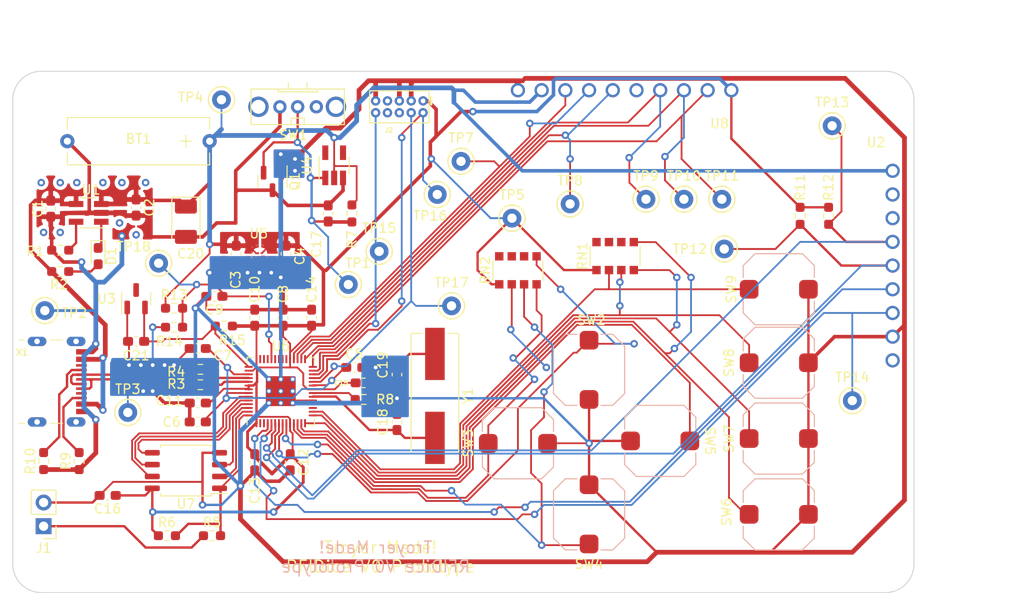
<source format=kicad_pcb>
(kicad_pcb (version 20211014) (generator pcbnew)
  (layers (0 "F.Cu" signal) (31 "B.Cu" signal) (34 "B.Paste" user) (35 "F.Paste" user) (36 "B.SilkS" user "B.Silkscreen") (37 "F.SilkS" user "F.Silkscreen") (38 "B.Mask" user) (39 "F.Mask" user) (44 "Edge.Cuts" user))
  (net 0 "")
  (net 1 "+3V3")
  (net 2 "GND")
  (net 3 "Net-(R1-Pad1)")
  (net 4 "+5V")
  (net 5 "/USB_D+")
  (net 6 "/USB_D-")
  (net 7 "/~{USB_BOOT}")
  (net 8 "/QSPI_SS")
  (net 9 "/BATT_LOW_STAT")
  (net 10 "+BATT")
  (net 11 "Net-(C19-Pad2)")
  (net 12 "/XOUT")
  (net 13 "GND1")
  (net 14 "Net-(R9-Pad2)")
  (net 15 "Net-(R10-Pad2)")
  (net 16 "/I2C0_SCL")
  (net 17 "/I2C0_SDA")
  (net 21 "/PN532_RSTOUT_N")
  (net 22 "/PN532_IRQ")
  (net 24 "/SPI_RX")
  (net 25 "/SPI_SCK")
  (net 26 "/SPI_TX")
  (net 27 "/SPI_CS")
  (net 28 "/DISP_DATA{slash}COMMAND")
  (net 29 "/DISP_RST")
  (net 31 "/QSPL_SD1")
  (net 32 "/QSPL_SD2")
  (net 33 "/QSPL_SD0")
  (net 34 "/QSPI_SCLK")
  (net 35 "/QSPL_SD3")
  (net 36 "/XIN")
  (net 39 "Net-(D1-Pad1)")
  (net 40 "+1V1")
  (net 43 "/BTN1")
  (net 44 "/BTN2")
  (net 45 "/BTN3")
  (net 46 "/BTN4")
  (net 47 "/BTN5")
  (net 48 "/BTN6")
  (net 49 "/BTN7")
  (net 50 "/BTN8")
  (net 53 "/SWCLK")
  (net 54 "/SWD")
  (net 59 "/HALF_BATT_REF")
  (net 66 "/~{RESET}")
  (net 67 "/ADC_VRef")
  (net 69 "/2USB_D+")
  (net 70 "/2USB_D-")
  (net 71 "Net-(D1-Pad2)")
  (footprint "Resistor_SMD:R_0603_1608Metric_Pad0.98x0.95mm_HandSolder" (layer "F.Cu") (at 112.522 65.786 90)
    (fp_text reference "R7")
    (fp_text value "470kΩ")
  )
  (footprint "AndySeniorProjectFootprints:EVP-ASDC1A_Tactile_PushButton" (layer "F.Cu") (at 158.242 81.788)
    (fp_text reference "SW8")
    (fp_text value "SW_Push")
  )
  (footprint "TestPoint:TestPoint_Keystone_5000-5004_Miniature" (layer "F.Cu") (at 163.957 56.388)
    (fp_text reference "TP13")
    (fp_text value "TestPoint")
  )
  (footprint "Resistor_SMD:R_Array_Convex_4x1206" (layer "F.Cu") (at 130.302 71.882 90)
    (fp_text reference "RN2")
    (fp_text value "R_Network04")
  )
  (footprint "TestPoint:TestPoint_Keystone_5000-5004_Miniature" (layer "F.Cu") (at 152.4 69.596)
    (fp_text reference "TP12")
    (fp_text value "TestPoint")
  )
  (footprint "TestPoint:TestPoint_Keystone_5000-5004_Miniature" (layer "F.Cu") (at 121.666 63.754)
    (fp_text reference "TP16")
    (fp_text value "TestPoint")
  )
  (footprint "TestPoint:TestPoint_Keystone_5000-5004_Miniature" (layer "F.Cu") (at 79.629 76.2)
    (fp_text reference "TP2")
    (fp_text value "TestPoint")
  )
  (footprint "TestPoint:TestPoint_Keystone_5000-5004_Miniature" (layer "F.Cu") (at 124.206 60.198)
    (fp_text reference "TP7")
    (fp_text value "TestPoint")
  )
  (footprint "Capacitor_SMD:C_0603_1608Metric_Pad1.08x0.95mm_HandSolder" (layer "F.Cu") (at 97.79 74.676 180)
    (fp_text reference "C9")
    (fp_text value "0.1µF")
  )
  (footprint "TestPoint:TestPoint_Keystone_5000-5004_Miniature" (layer "F.Cu") (at 144.018 64.262)
    (fp_text reference "TP9")
    (fp_text value "TestPoint")
  )
  (footprint "Resistor_SMD:R_0603_1608Metric_Pad0.98x0.95mm_HandSolder" (layer "F.Cu") (at 98.806 77.855508 180)
    (fp_text reference "R15")
    (fp_text value "1kΩ")
  )
  (footprint "AndySeniorProjectFootprints:TPS7A2133PYWDJ" (layer "F.Cu") (at 102.6668 70.231)
    (fp_text reference "U5")
    (fp_text value "TPS7A2133PYWDJ" hide)
  )
  (footprint "Capacitor_SMD:C_0603_1608Metric_Pad1.08x0.95mm_HandSolder" (layer "F.Cu") (at 105.918 92.456 -90)
    (fp_text reference "C12")
    (fp_text value "100nF")
  )
  (footprint "AndySeniorProjectFootprints:USB_C_CUSB31-CFM2AX-01-X_copy" (layer "F.Cu") (at 76.2 83.82 -90)
    (fp_text reference "X1")
    (fp_text value "USB_C")
  )
  (footprint "Capacitor_SMD:C_0603_1608Metric_Pad1.08x0.95mm_HandSolder" (layer "F.Cu") (at 105.156 76.962 90)
    (fp_text reference "C8")
    (fp_text value "100nF")
  )
  (footprint "AndySeniorProjectFootprints:AndyBattery" (layer "F.Cu") (at 89.662 58.039 180)
    (fp_text reference "BT1")
    (fp_text value "Battery_Cell")
  )
  (footprint "Capacitor_SMD:C_0603_1608Metric_Pad1.08x0.95mm_HandSolder" (layer "F.Cu") (at 89.408 79.502 180)
    (fp_text reference "C21")
    (fp_text value "0.1µF")
  )
  (footprint "Capacitor_SMD:C_0603_1608Metric_Pad1.08x0.95mm_HandSolder" (layer "F.Cu") (at 105.4608 70.104 -90)
    (fp_text reference "C4")
    (fp_text value "10µF")
  )
  (footprint "Package_TO_SOT_SMD:SOT-23" (layer "F.Cu") (at 104.013 62.357 -90)
    (fp_text reference "Q1")
    (fp_text value "Q_NMOS_DGS")
  )
  (footprint "Resistor_SMD:R_0603_1608Metric_Pad0.98x0.95mm_HandSolder" (layer "F.Cu") (at 93.472 77.978 180)
    (fp_text reference "R14")
    (fp_text value "10kΩ")
  )
  (footprint "TestPoint:TestPoint_Keystone_5000-5004_Miniature" (layer "F.Cu") (at 148.082 64.262)
    (fp_text reference "TP10")
    (fp_text value "TestPoint")
  )
  (footprint "TestPoint:TestPoint_Keystone_5000-5004_Miniature" (layer "F.Cu") (at 115.443 69.85)
    (fp_text reference "TP15")
    (fp_text value "TestPoint")
  )
  (footprint "Capacitor_SMD:C_0603_1608Metric_Pad1.08x0.95mm_HandSolder" (layer "F.Cu") (at 96.012 80.264 180)
    (fp_text reference "C7")
    (fp_text value "1µF")
  )
  (footprint "AndySeniorProjectFootprints:ThroughHolePN532BrkOutBoardMount" (layer "F.Cu") (at 170.434 61.214)
    (fp_text reference "U2")
    (fp_text value "ThroughHoldPN532BrkOutBoardMount")
  )
  (footprint "Capacitor_SMD:C_0603_1608Metric_Pad1.08x0.95mm_HandSolder" (layer "F.Cu") (at 117.348 83.058 90)
    (fp_text reference "C19")
    (fp_text value "27pF")
  )
  (footprint "Capacitor_SMD:C_0603_1608Metric_Pad1.08x0.95mm_HandSolder" (layer "F.Cu") (at 108.204 76.962 90)
    (fp_text reference "C14")
    (fp_text value "100nF")
  )
  (footprint "Capacitor_SMD:C_0603_1608Metric_Pad1.08x0.95mm_HandSolder" (layer "F.Cu") (at 117.348 88.138 -90)
    (fp_text reference "C18")
    (fp_text value "27pF")
  )
  (footprint "TestPoint:TestPoint_Keystone_5000-5004_Miniature" (layer "F.Cu") (at 166.116 85.852)
    (fp_text reference "TP14")
    (fp_text value "TestPoint")
  )
  (footprint "Package_TO_SOT_SMD:SOT-23" (layer "F.Cu") (at 89.408 74.93 90)
    (fp_text reference "U3")
    (fp_text value "LM4040DBZ-3")
  )
  (footprint "Resistor_SMD:R_0603_1608Metric_Pad0.98x0.95mm_HandSolder" (layer "F.Cu") (at 81.28 69.723 180)
    (fp_text reference "R1")
    (fp_text value "10kΩ")
  )
  (footprint "Resistor_SMD:R_0603_1608Metric_Pad0.98x0.95mm_HandSolder" (layer "F.Cu") (at 96.2914 82.4992 180)
    (fp_text reference "R4")
    (fp_text value "27Ω")
  )
  (footprint "Resistor_SMD:R_0603_1608Metric_Pad0.98x0.95mm_HandSolder" (layer "F.Cu") (at 97.536 100.33)
    (fp_text reference "R5")
    (fp_text value "1kΩ")
  )
  (footprint "Resistor_SMD:R_Array_Convex_4x1206" (layer "F.Cu") (at 140.716 70.358 90)
    (fp_text reference "RN1")
    (fp_text value "R_Network04")
  )
  (footprint "LED_SMD:LED_0603_1608Metric_Pad1.05x0.95mm_HandSolder" (layer "F.Cu") (at 85.344 70.358 -90)
    (fp_text reference "D1")
    (fp_text value "LED")
  )
  (footprint "AndySeniorProjectFootprints:EVP-ASDC1A_Tactile_PushButton" (layer "F.Cu") (at 137.922 98.044 90)
    (fp_text reference "SW4")
    (fp_text value "SW_Push")
  )
  (footprint "Package_SO:SOIC-8_5.23x5.23mm_P1.27mm" (layer "F.Cu") (at 94.742 93.345 180)
    (fp_text reference "U7")
    (fp_text value "W25Q128JVS")
  )
  (footprint "AndySeniorProjectFootprints:EVP-ASDC1A_Tactile_PushButton" (layer "F.Cu") (at 158.242 98.044)
    (fp_text reference "SW6")
    (fp_text value "SW_Push")
  )
  (footprint "Capacitor_SMD:C_0603_1608Metric_Pad1.08x0.95mm_HandSolder" (layer "F.Cu") (at 113.792 83.947)
    (fp_text reference "C15")
    (fp_text value "100nF")
  )
  (footprint "Resistor_SMD:R_0603_1608Metric_Pad0.98x0.95mm_HandSolder" (layer "F.Cu") (at 96.2914 84.1502 180)
    (fp_text reference "R3")
    (fp_text value "27Ω")
  )
  (footprint "Capacitor_SMD:C_0603_1608Metric_Pad1.08x0.95mm_HandSolder" (layer "F.Cu") (at 96.012 88.138 180)
    (fp_text reference "C6")
    (fp_text value "100nF")
  )
  (footprint "AndySeniorProjectFootprints:EVP-ASDC1A_Tactile_PushButton" (layer "F.Cu") (at 158.242 73.914)
    (fp_text reference "SW9")
    (fp_text value "SW_Push")
  )
  (footprint "Resistor_SMD:R_0603_1608Metric_Pad0.98x0.95mm_HandSolder" (layer "F.Cu") (at 93.472 75.946)
    (fp_text reference "R13")
    (fp_text value "10kΩ")
  )
  (footprint "TestPoint:TestPoint_Keystone_5000-5004_Miniature" (layer "F.Cu") (at 88.519 87.122)
    (fp_text reference "TP3")
    (fp_text value "TestPoint")
  )
  (footprint "Resistor_SMD:R_0603_1608Metric_Pad0.98x0.95mm_HandSolder" (layer "F.Cu") (at 113.792 85.725 180)
    (fp_text reference "R8")
    (fp_text value "1kΩ")
  )
  (footprint "OS102011MA1Q:OS102011MA1Q" (layer "F.Cu") (at 106.712004 54.356 180)
    (fp_text reference "SW1")
    (fp_text value "OS102011MA1Q")
  )
  (footprint "Resistor_SMD:R_0603_1608Metric_Pad0.98x0.95mm_HandSolder" (layer "F.Cu") (at 81.28 72.009)
    (fp_text reference "R2")
    (fp_text value "470Ω")
  )
  (footprint "AndySeniorProjectFootprints:EVP-ASDC1A_Tactile_PushButton" (layer "F.Cu") (at 145.542 90.17 180)
    (fp_text reference "SW5")
    (fp_text value "SW_Push")
  )
  (footprint "AndySeniorProjectFootprints:EVP-ASDC1A_Tactile_PushButton" (layer "F.Cu") (at 137.922 82.55 -90)
    (fp_text reference "SW2")
    (fp_text value "SW_Push")
  )
  (footprint "TestPoint:TestPoint_Keystone_5000-5004_Miniature" (layer "F.Cu") (at 98.552 53.594)
    (fp_text reference "TP4")
    (fp_text value "TestPoint")
  )
  (footprint "TestPoint:TestPoint_Keystone_5000-5004_Miniature" (layer "F.Cu") (at 129.667 66.294)
    (fp_text reference "TP5")
    (fp_text value "TestPoint")
  )
  (footprint "Resistor_SMD:R_0603_1608Metric_Pad0.98x0.95mm_HandSolder" (layer "F.Cu") (at 92.71 100.33)
    (fp_text reference "R6")
    (fp_text value "DNF")
  )
  (footprint "Package_TO_SOT_SMD:SOT-23-5_HandSoldering" (layer "F.Cu") (at 84.328 65.725 180)
    (fp_text reference "U1")
    (fp_text value "MCP73831T-2ACI/OT")
  )
  (footprint "TestPoint:TestPoint_Keystone_5000-5004_Miniature" (layer "F.Cu") (at 152.146 64.262)
    (fp_text reference "TP11")
    (fp_text value "TestPoint")
  )
  (footprint "TestPoint:TestPoint_Keystone_5000-5004_Miniature" (layer "F.Cu") (at 112.141 73.406)
    (fp_text reference "TP1")
    (fp_text value "TestPoint")
  )
  (footprint "Resistor_SMD:R_0603_1608Metric_Pad0.98x0.95mm_HandSolder" (layer "F.Cu") (at 160.528 66.04 90)
    (fp_text reference "R11")
    (fp_text value "1.5k")
  )
  (footprint "Capacitor_Tantalum_SMD:CP_EIA-3528-21_Kemet-B_Pad1.50x2.35mm_HandSolder" (layer "F.Cu") (at 94.742 66.675 -90)
    (fp_text reference "C20")
    (fp_text value "22mF")
  )
  (footprint "Capacitor_SMD:C_0603_1608Metric_Pad1.08x0.95mm_HandSolder" (layer "F.Cu") (at 96.012 86.106 180)
    (fp_text reference "C11")
    (fp_text value "100nF")
  )
  (footprint "AndySeniorProjectFootprints:2X5-PTH-1.27MM" (layer "F.Cu") (at 117.602 54.356 180)
    (fp_text reference "J2")
    (fp_text value "CORTEX_JTAG_DEBUG_MINIMUM_PTH")
  )
  (footprint "Capacitor_SMD:C_0603_1608Metric_Pad1.08x0.95mm_HandSolder" (layer "F.Cu") (at 100.1268 70.104 -90)
    (fp_text reference "C3")
    (fp_text value "10µF")
  )
  (footprint "RP2040_minimal:RP2040-QFN-56" (layer "F.Cu") (at 104.902 84.836 90)
    (fp_text reference "U6")
    (fp_text value "RP2040")
  )
  (footprint "AndySeniorProjectFootprints:EVP-ASDC1A_Tactile_PushButton" (layer "F.Cu") (at 158.242 89.916)
    (fp_text reference "SW7")
    (fp_text value "SW_Push")
  )
  (footprint "AndySeniorProjectFootprints:EVP-ASDC1A_Tactile_PushButton" (layer "F.Cu") (at 130.302 90.424)
    (fp_text reference "SW3")
    (fp_text value "SW_Push")
  )
  (footprint "Connector_PinHeader_2.54mm:PinHeader_1x02_P2.54mm_Vertical" (layer "F.Cu") (at 79.502 99.314 180)
    (fp_text reference "J1")
    (fp_text value "Conn_01x02")
  )
  (footprint "Package_TO_SOT_SMD:SOT-23-5_HandSoldering" (layer "F.Cu") (at 110.6195 60.626 90)
    (fp_text reference "U4")
    (fp_text value "R3111N-SOT-23-5")
  )
  (footprint "Capacitor_SMD:C_0603_1608Metric_Pad1.08x0.95mm_HandSolder" (layer "F.Cu") (at 86.36 96.012 180)
    (fp_text reference "C16")
    (fp_text value "100nF")
  )
  (footprint "Resistor_SMD:R_0603_1608Metric_Pad0.98x0.95mm_HandSolder" (layer "F.Cu") (at 79.502 92.329 90)
    (fp_text reference "R10")
    (fp_text value "5.1kΩ")
  )
  (footprint "Resistor_SMD:R_0603_1608Metric_Pad0.98x0.95mm_HandSolder" (layer "F.Cu") (at 163.576 66.04 90)
    (fp_text reference "R12")
    (fp_text value "1.5k")
  )
  (footprint "Capacitor_SMD:C_0603_1608Metric_Pad1.08x0.95mm_HandSolder" (layer "F.Cu") (at 80.264 65.278 -90)
    (fp_text reference "C1")
    (fp_text value "4.7µF")
  )
  (footprint "TestPoint:TestPoint_Keystone_5000-5004_Miniature" (layer "F.Cu") (at 91.821 71.12)
    (fp_text reference "TP18")
    (fp_text value "TestPoint")
  )
  (footprint "Capacitor_SMD:C_0603_1608Metric_Pad1.08x0.95mm_HandSolder" (layer "F.Cu") (at 102.108 76.962 90)
    (fp_text reference "C10")
    (fp_text value "100nF")
  )
  (footprint "TestPoint:TestPoint_Keystone_5000-5004_Miniature" (layer "F.Cu") (at 123.19 75.692)
    (fp_text reference "TP17")
    (fp_text value "TestPoint")
  )
  (footprint "Capacitor_SMD:C_0603_1608Metric_Pad1.08x0.95mm_HandSolder" (layer "F.Cu") (at 89.408 65.151 -90)
    (fp_text reference "C2")
    (fp_text value "4.7µF")
  )
  (footprint "Capacitor_SMD:C_0603_1608Metric_Pad1.08x0.95mm_HandSolder" (layer "F.Cu") (at 109.982 65.786 90)
    (fp_text reference "C17")
    (fp_text value "4.7µF")
  )
  (footprint "Resistor_SMD:R_0603_1608Metric_Pad0.98x0.95mm_HandSolder" (layer "F.Cu") (at 83.312 92.329 90)
    (fp_text reference "R9")
    (fp_text value "5.1kΩ")
  )
  (footprint "AndySeniorProjectFootprints:Crystal_SMD_HC49-US" (layer "F.Cu") (at 121.412 85.344 -90)
    (fp_text reference "Y1")
    (fp_text value "ABLS-12.000MHZ-B4-T")
  )
  (footprint "TestPoint:TestPoint_Keystone_5000-5004_Miniature" (layer "F.Cu") (at 135.89 64.77)
    (fp_text reference "TP8")
    (fp_text value "TestPoint")
  )
  (footprint "Capacitor_SMD:C_0603_1608Metric_Pad1.08x0.95mm_HandSolder" (layer "F.Cu") (at 102.108 92.456 -90)
    (fp_text reference "C13")
    (fp_text value "100nF")
  )
  (footprint "Capacitor_SMD:C_0603_1608Metric_Pad1.08x0.95mm_HandSolder" (layer "F.Cu") (at 112.776 82.296)
    (fp_text reference "C5")
    (fp_text value "100nF")
  )
  (footprint "AndySeniorProjectFootprints:ThroughHoldDisplayMount" (layer "F.Cu") (at 153.162 52.578 -90)
    (fp_text reference "U8")
    (fp_text value "ThroughHoldDisplayMount")
  )
  (gr_line (start 79.248 106.426) (end 169.672001 106.426001) (layer "Edge.Cuts") (width 0.1))
  (gr_arc (start 76.2 53.594) (mid 77.092739 51.438739) (end 79.248 50.546) (layer "Edge.Cuts") (width 0.1))
  (gr_arc (start 79.248 106.426) (mid 77.092739 105.533261) (end 76.2 103.378) (layer "Edge.Cuts") (width 0.1))
  (gr_line (start 76.2 53.594) (end 76.2 103.378) (layer "Edge.Cuts") (width 0.1))
  (gr_arc (start 172.720001 103.378001) (mid 171.827262 105.533262) (end 169.672001 106.426001) (layer "Edge.Cuts") (width 0.1))
  (gr_arc (start 169.672001 50.545999) (mid 171.827262 51.438738) (end 172.720001 53.593999) (layer "Edge.Cuts") (width 0.1))
  (gr_line (start 172.720001 103.378001) (end 172.720001 53.593999) (layer "Edge.Cuts") (width 0.1))
  (gr_line (start 169.672001 50.545999) (end 79.248 50.546) (layer "Edge.Cuts") (width 0.1))
  (gr_text "Troyer Made!\nRFIDice V0 Prototype" (at 115.062 102.616) (layer "B.SilkS") (effects (font (size 1.27 1.27) (thickness 0.1524)) (justify mirror)))
  (gr_text "Troyer Made!\nRFIDice V0 Prototype" (at 115.57 102.616) (layer "F.SilkS") (effects (font (size 1.27 1.27) (thickness 0.1524))))
  (via blind (at 81.28 62.484) (size 0.8) (drill 0.4) (layers "F.Cu" "B.Cu") (net 0))
  (via blind (at 81.28 67.818) (size 0.8) (drill 0.4) (layers "F.Cu" "B.Cu") (net 0))
  (via blind (at 87.884 62.484) (size 0.8) (drill 0.4) (layers "F.Cu" "B.Cu") (net 0))
  (via blind (at 87.63 66.802) (size 0.8) (drill 0.4) (layers "F.Cu" "B.Cu") (net 0))
  (via blind (at 79.502 67.818) (size 0.8) (drill 0.4) (layers "F.Cu" "B.Cu") (net 0))
  (via blind (at 79.248 62.484) (size 0.8) (drill 0.4) (layers "F.Cu" "B.Cu") (net 0))
  (via blind (at 85.852 62.484) (size 0.8) (drill 0.4) (layers "F.Cu" "B.Cu") (net 0))
  (via blind (at 83.058 62.484) (size 0.8) (drill 0.4) (layers "F.Cu" "B.Cu") (net 0))
  (via blind (at 90.424 62.484) (size 0.8) (drill 0.4) (layers "F.Cu" "B.Cu") (net 0))
  (via blind (at 89.408 68.072) (size 0.8) (drill 0.4) (layers "F.Cu" "B.Cu") (net 0))
  (segment (start 163.576 65.1275) (end 160.528 65.1275) (width 0.25) (layer "F.Cu") (net 1))
  (segment (start 99.7185 77.855508) (end 102.076992 77.855508) (width 0.381) (layer "F.Cu") (net 1))
  (segment (start 106.172 91.3395) (end 106.172 89.367228) (width 0.2) (layer "F.Cu") (net 1))
  (segment (start 101.346 90.8315) (end 101.346 89.18708) (width 0.3048) (layer "F.Cu") (net 1))
  (segment (start 90.38 96.012) (end 91.142 95.25) (width 0.254) (layer "F.Cu") (net 1))
  (segment (start 109.474 77.724) (end 108.3045 77.724) (width 0.381) (layer "F.Cu") (net 1))
  (segment (start 107.315 82.931) (end 106.68 82.296) (width 0.2) (layer "F.Cu") (net 1))
  (segment (start 105.918 91.727929) (end 105.918 91.5935) (width 0.381) (layer "F.Cu") (net 1))
  (segment (start 101.4645 84.236) (end 101.4645 84.636) (width 0.254) (layer "F.Cu") (net 1))
  (segment (start 108.3395 84.636) (end 107.75 84.636) (width 0.2) (layer "F.Cu") (net 1))
  (segment (start 103.966465 93.679464) (end 105.918 91.727929) (width 0.381) (layer "F.Cu") (net 1))
  (segment (start 105.902 80.687972) (end 105.902 79.74) (width 0.1905) (layer "F.Cu") (net 1))
  (segment (start 105.902 81.3985) (end 105.902 80.687972) (width 0.1905) (layer "F.Cu") (net 1))
  (segment (start 110.69 84.636) (end 111.379 83.947) (width 0.2) (layer "F.Cu") (net 1))
  (segment (start 105.902 82.28) (end 105.918 82.296) (width 0.1905) (layer "F.Cu") (net 1))
  (segment (start 102.108 91.821) (end 103.966465 93.679464) (width 0.381) (layer "F.Cu") (net 1))
  (segment (start 102.302 88.2735) (end 102.302 83.901163) (width 0.254) (layer "F.Cu") (net 1))
  (segment (start 160.528 65.1275) (end 153.162 57.7615) (width 0.25) (layer "F.Cu") (net 1))
  (segment (start 102.108 91.5935) (end 102.108 91.821) (width 0.381) (layer "F.Cu") (net 1))
  (segment (start 120.920911 60.710245) (end 109.749156 71.882) (width 0.381) (layer "F.Cu") (net 1))
  (segment (start 121.539 57.531) (end 121.539 54.61) (width 0.381) (layer "F.Cu") (net 1))
  (segment (start 108.3045 77.724) (end 108.204 77.8245) (width 0.381) (layer "F.Cu") (net 1))
  (segment (start 96.8745 86.106) (end 97.282 86.106) (width 0.2) (layer "F.Cu") (net 1))
  (segment (start 120.920911 59.833911) (end 120.920911 58.149089) (width 0.381) (layer "F.Cu") (net 1))
  (segment (start 102.616 82.296) (end 102.362 82.55) (width 0.1905) (layer "F.Cu") (net 1))
  (segment (start 102.867206 70.055994) (end 103.5812 69.342) (width 0.2) (layer "F.Cu") (net 1))
  (segment (start 105.902 80.687972) (end 108.204 78.385972) (width 0.1905) (layer "F.Cu") (net 1))
  (segment (start 109.749156 71.882) (end 109.474 71.882) (width 0.381) (layer "F.Cu") (net 1))
  (segment (start 102.40317 87.58883) (end 102.302 87.69) (width 0.1905) (layer "F.Cu") (net 1))
  (segment (start 120.920911 58.149089) (end 124.206 54.864) (width 0.381) (layer "F.Cu") (net 1))
  (segment (start 108.3395 84.636) (end 110.69 84.636) (width 0.2) (layer "F.Cu") (net 1))
  (segment (start 91.142 95.25) (end 91.142 99.6745) (width 0.254) (layer "F.Cu") (net 1))
  (segment (start 91.142 99.6745) (end 91.7975 100.33) (width 0.254) (layer "F.Cu") (net 1))
  (segment (start 102.362 82.316261) (end 102.302 82.256261) (width 0.254) (layer "F.Cu") (net 1))
  (segment (start 101.4105 84.582) (end 101.4645 84.636) (width 0.2) (layer "F.Cu") (net 1))
  (segment (start 138.716 71.858) (end 135.231 71.858) (width 0.25) (layer "F.Cu") (net 1))
  (segment (start 127.484 73.382) (end 128.302 73.382) (width 0.25) (layer "F.Cu") (net 1))
  (segment (start 102.259587 88.273509) (end 101.346 89.187071) (width 0.3048) (layer "F.Cu") (net 1))
  (segment (start 101.4645 82.636) (end 101.922261 82.636) (width 0.1905) (layer "F.Cu") (net 1))
  (segment (start 105.902 89.097228) (end 105.902 88.2735) (width 0.2) (layer "F.Cu") (net 1))
  (segment (start 105.4608 69.2415) (end 106.8335 69.2415) (width 0.381) (layer "F.Cu") (net 1))
  (segment (start 102.108 91.5935) (end 101.346 90.8315) (width 0.3048) (layer "F.Cu") (net 1))
  (segment (start 120.920911 58.149089) (end 121.539 57.531) (width 0.381) (layer "F.Cu") (net 1))
  (segment (start 107.315 94.615) (end 107.315 92.9905) (width 0.3048) (layer "F.Cu") (net 1))
  (segment (start 107.75 84.636) (end 107.315 84.201) (width 0.2) (layer "F.Cu") (net 1))
  (segment (start 107.315 84.201) (end 107.315 82.931) (width 0.2) (layer "F.Cu") (net 1))
  (segment (start 102.302 81.3985) (end 102.302 78.0185) (width 0.1905) (layer "F.Cu") (net 1))
  (segment (start 124.206 54.864) (end 125.476 54.864) (width 0.381) (layer "F.Cu") (net 1))
  (segment (start 111.379 83.947) (end 112.9295 83.947) (width 0.2) (layer "F.Cu") (net 1))
  (segment (start 105.918 91.5935) (end 106.172 91.3395) (width 0.2) (layer "F.Cu") (net 1))
  (segment (start 108.204 77.8245) (end 105.156 77.8245) (width 0.381) (layer "F.Cu") (net 1))
  (segment (start 102.362 83.841163) (end 102.362 82.55) (width 0.254) (layer "F.Cu") (net 1))
  (segment (start 87.2225 96.012) (end 90.38 96.012) (width 0.254) (layer "F.Cu") (net 1))
  (segment (start 102.362 82.55) (end 102.362 82.316261) (width 0.254) (layer "F.Cu") (net 1))
  (segment (start 107.315 92.9905) (end 105.918 91.5935) (width 0.3048) (layer "F.Cu") (net 1))
  (segment (start 97.282 86.106) (end 98.806 84.582) (width 0.2) (layer "F.Cu") (net 1))
  (segment (start 106.68 82.296) (end 105.918 82.296) (width 0.2) (layer "F.Cu") (net 1))
  (segment (start 105.902 87.815739) (end 105.675091 87.58883) (width 0.1905) (layer "F.Cu") (net 1))
  (segment (start 129.667 66.294) (end 125.984 69.977) (width 0.25) (layer "F.Cu") (net 1))
  (segment (start 98.806 84.582) (end 101.4105 84.582) (width 0.2) (layer "F.Cu") (net 1))
  (segment (start 101.967163 84.236) (end 102.362 83.841163) (width 0.254) (layer "F.Cu") (net 1))
  (segment (start 101.4645 84.236) (end 101.967163 84.236) (width 0.254) (layer "F.Cu") (net 1))
  (segment (start 106.172 89.367228) (end 105.902 89.097228) (width 0.2) (layer "F.Cu") (net 1))
  (segment (start 153.162 57.7615) (end 153.162 52.578) (width 0.25) (layer "F.Cu") (net 1))
  (segment (start 105.902 81.3985) (end 105.902 82.28) (width 0.1905) (layer "F.Cu") (net 1))
  (segment (start 105.918 82.296) (end 105.462261 82.296) (width 0.2) (layer "F.Cu") (net 1))
  (segment (start 125.984 69.977) (end 125.984 71.882) (width 0.25) (layer "F.Cu") (net 1))
  (segment (start 105.902 79.74) (end 105.156 78.994) (width 0.1905) (layer "F.Cu") (net 1))
  (segment (start 120.65 53.721) (end 120.142 53.721) (width 0.381) (layer "F.Cu") (net 1))
  (segment (start 102.302 88.2735) (end 102.25958 88.2735) (width 0.254) (layer "F.Cu") (net 1))
  (segment (start 106.8335 69.2415) (end 109.474 71.882) (width 0.381) (layer "F.Cu") (net 1))
  (segment (start 121.539 54.61) (end 120.65 53.721) (width 0.381) (layer "F.Cu") (net 1))
  (segment (start 102.302 82.256261) (end 102.302 81.3985) (width 0.1905) (layer "F.Cu") (net 1))
  (segment (start 109.474 71.882) (end 109.474 77.724) (width 0.381) (layer "F.Cu") (net 1))
  (segment (start 105.156 77.8245) (end 102.108 77.8245) (width 0.381) (layer "F.Cu") (net 1))
  (segment (start 105.156 78.994) (end 105.156 77.8245) (width 0.1905) (layer "F.Cu") (net 1))
  (segment (start 121.031 59.944) (end 120.920911 59.833911) (width 0.2) (layer "F.Cu") (net 1))
  (segment (start 102.076992 77.855508) (end 102.108 77.8245) (width 0.381) (layer "F.Cu") (net 1))
  (segment (start 125.984 71.882) (end 127.484 73.382) (width 0.25) (layer "F.Cu") (net 1))
  (segment (start 105.902 88.2735) (end 105.902 87.815739) (width 0.1905) (layer "F.Cu") (net 1))
  (segment (start 105.462261 82.296) (end 102.616 82.296) (width 0.1905) (layer "F.Cu") (net 1))
  (segment (start 102.302 83.901163) (end 102.362 83.841163) (width 0.254) (layer "F.Cu") (net 1))
  (segment (start 104.14 97.79) (end 107.315 94.615) (width 0.3048) (layer "F.Cu") (net 1))
  (segment (start 105.675091 87.58883) (end 102.40317 87.58883) (width 0.1905) (layer "F.Cu") (net 1))
  (segment (start 102.8418 70.055994) (end 102.867206 70.055994) (width 0.2) (layer "F.Cu") (net 1))
  (segment (start 101.922261 82.636) (end 102.302 82.256261) (width 0.1905) (layer "F.Cu") (net 1))
  (segment (start 102.302 78.0185) (end 102.108 77.8245) (width 0.1905) (layer "F.Cu") (net 1))
  (segment (start 135.231 71.858) (end 129.667 66.294) (width 0.25) (layer "F.Cu") (net 1))
  (segment (start 120.920911 60.710245) (end 120.920911 59.833911) (width 0.381) (layer "F.Cu") (net 1))
  (via blind (at 91.186 97.79) (size 0.8) (drill 0.4) (layers "F.Cu" "B.Cu") (net 1))
  (via blind (at 104.14 97.79) (size 0.8) (drill 0.4) (layers "F.Cu" "B.Cu") (net 1))
  (via blind (at 125.476 54.864) (size 0.8) (drill 0.4) (layers "F.Cu" "B.Cu") (net 1))
  (via blind (at 121.031 59.944) (size 0.8) (drill 0.4) (layers "F.Cu" "B.Cu") (net 1))
  (segment (start 129.667 66.294) (end 127.381 66.294) (width 0.2) (layer "B.Cu") (net 1))
  (segment (start 104.14 97.79) (end 91.186 97.79) (width 0.3048) (layer "B.Cu") (net 1))
  (segment (start 127.381 66.294) (end 121.031 59.944) (width 0.2) (layer "B.Cu") (net 1))
  (segment (start 151.892 51.308) (end 153.162 52.578) (width 0.381) (layer "B.Cu") (net 1))
  (segment (start 132.334 54.864) (end 134.112 53.086) (width 0.381) (layer "B.Cu") (net 1))
  (segment (start 134.112 51.562) (end 134.366 51.308) (width 0.381) (layer "B.Cu") (net 1))
  (segment (start 134.112 53.086) (end 134.112 51.562) (width 0.381) (layer "B.Cu") (net 1))
  (segment (start 125.476 54.864) (end 132.334 54.864) (width 0.381) (layer "B.Cu") (net 1))
  (segment (start 134.366 51.308) (end 151.892 51.308) (width 0.381) (layer "B.Cu") (net 1))
  (segment (start 104.7485 94.488) (end 105.918 93.3185) (width 0.381) (layer "F.Cu") (net 2))
  (segment (start 113.6385 82.296) (end 115.062 82.296) (width 0.2) (layer "F.Cu") (net 2))
  (segment (start 114.6545 83.947) (end 115.062 83.5395) (width 0.2) (layer "F.Cu") (net 2))
  (segment (start 171.704 77.47) (end 171.704 77.724) (width 0.381) (layer "F.Cu") (net 2))
  (segment (start 106.452 85.836) (end 106.177 86.111) (width 0.1905) (layer "F.Cu") (net 2))
  (segment (start 145.161 102.108) (end 137.922 94.869) (width 0.254) (layer "F.Cu") (net 2))
  (segment (start 98.806 71.882) (end 98.552 72.136) (width 0.381) (layer "F.Cu") (net 2))
  (segment (start 166.116 102.108) (end 171.704 96.52) (width 0.508) (layer "F.Cu") (net 2))
  (segment (start 100.584 98.552) (end 105.156 103.124) (width 0.508) (layer "F.Cu") (net 2))
  (segment (start 130.302 51.816) (end 130.302 52.578) (width 0.381) (layer "F.Cu") (net 2))
  (segment (start 95.1495 86.106) (end 95.1495 88.138) (width 0.381) (layer "F.Cu") (net 2))
  (segment (start 84.7355 96.774) (end 79.502 96.774) (width 0.254) (layer "F.Cu") (net 2))
  (segment (start 108.3395 85.836) (end 106.452 85.836) (width 0.1905) (layer "F.Cu") (net 2))
  (segment (start 105.156 103.124) (end 144.145 103.124) (width 0.508) (layer "F.Cu") (net 2))
  (segment (start 100.1268 70.9665) (end 98.806 70.9665) (width 0.381) (layer "F.Cu") (net 2))
  (segment (start 96.52 91.44) (end 96.52 94.472718) (width 0.254) (layer "F.Cu") (net 2))
  (segment (start 115.062 51.562) (end 117.602 51.562) (width 0.508) (layer "F.Cu") (net 2))
  (segment (start 102.108 93.472) (end 100.584 94.996) (width 0.381) (layer "F.Cu") (net 2))
  (segment (start 102.108 76.099492) (end 108.204 76.099492) (width 0.381) (layer "F.Cu") (net 2))
  (segment (start 102.8418 70.406006) (end 102.8418 71.0974) (width 0.1905) (layer "F.Cu") (net 2))
  (segment (start 138.176 90.17) (end 137.922 90.424) (width 0.254) (layer "F.Cu") (net 2))
  (segment (start 118.872 53.721) (end 118.872 53.848) (width 0.1905) (layer "F.Cu") (net 2))
  (segment (start 93.472 82.042) (end 93.472 81.9415) (width 0.2) (layer "F.Cu") (net 2))
  (segment (start 88.646 79.6025) (end 88.646 82.042) (width 0.2) (layer "F.Cu") (net 2))
  (segment (start 117.348 83.9205) (end 117.348 85.598) (width 0.254) (layer "F.Cu") (net 2))
  (segment (start 117.602 53.721) (end 117.602 51.562) (width 0.508) (layer "F.Cu") (net 2))
  (segment (start 95.758 75.8455) (end 96.9275 74.676) (width 0.381) (layer "F.Cu") (net 2))
  (segment (start 100.584 94.996) (end 100.584 98.552) (width 0.508) (layer "F.Cu") (net 2))
  (segment (start 130.048 51.562) (end 130.302 51.816) (width 0.508) (layer "F.Cu") (net 2))
  (segment (start 104.963 61.407) (end 109.728 56.642) (width 0.508) (layer "F.Cu") (net 2))
  (segment (start 130.81 51.562) (end 131.064 51.308) (width 0.381) (layer "F.Cu") (net 2))
  (segment (start 118.872 51.816) (end 119.126 51.562) (width 0.508) (layer "F.Cu") (net 2))
  (segment (start 103.172006 70.406006) (end 103.7325 70.9665) (width 0.1905) (layer "F.Cu") (net 2))
  (segment (start 96.9275 74.676) (end 96.9275 76.0465) (width 0.2) (layer "F.Cu") (net 2))
  (segment (start 109.728 56.642) (end 111.252 56.642) (width 0.508) (layer "F.Cu") (net 2))
  (segment (start 111.252 56.642) (end 113.284 54.61) (width 0.508) (layer "F.Cu") (net 2))
  (segment (start 102.108 93.3185) (end 103.2775 94.488) (width 0.381) (layer "F.Cu") (net 2))
  (segment (start 144.145 103.124) (end 145.161 102.108) (width 0.508) (layer "F.Cu") (net 2))
  (segment (start 104.902 72.644) (end 105.4608 72.3392) (width 0.381) (layer "F.Cu") (net 2))
  (segment (start 115.062 83.5395) (end 115.062 82.296) (width 0.2) (layer "F.Cu") (net 2))
  (segment (start 91.186 84.836) (end 92.456 86.106) (width 0.381) (layer "F.Cu") (net 2))
  (segment (start 130.048 51.562) (end 130.81 51.562) (width 0.508) (layer "F.Cu") (net 2))
  (segment (start 165.354 51.308) (end 171.704 57.658) (width 0.508) (layer "F.Cu") (net 2))
  (segment (start 157.353 102.108) (end 166.116 102.108) (width 0.508) (layer "F.Cu") (net 2))
  (segment (start 96.43458 94.558138) (end 96.52 94.472718) (width 0.2) (layer "F.Cu") (net 2))
  (segment (start 171.704 96.52) (end 171.704 77.47) (width 0.508) (layer "F.Cu") (net 2))
  (segment (start 170.434 78.994) (end 164.211 78.994) (width 0.381) (layer "F.Cu") (net 2))
  (segment (start 117.602 51.562) (end 119.126 51.562) (width 0.508) (layer "F.Cu") (net 2))
  (segment (start 105.4608 72.3392) (end 105.4608 70.9665) (width 0.381) (layer "F.Cu") (net 2))
  (segment (start 102.108 76.0995) (end 96.9805 76.0995) (width 0.2) (layer "F.Cu") (net 2))
  (segment (start 105.156 72.644) (end 104.902 72.644) (width 0.381) (layer "F.Cu") (net 2))
  (segment (start 102.108 93.3185) (end 102.108 93.472) (width 0.381) (layer "F.Cu") (net 2))
  (segment (start 113.284 52.578) (end 114.3 51.562) (width 0.508) (layer "F.Cu") (net 2))
  (segment (start 142.367 90.17) (end 138.176 90.17) (width 0.254) (layer "F.Cu") (net 2))
  (segment (start 113.284 54.61) (end 113.284 52.578) (width 0.508) (layer "F.Cu") (net 2))
  (segment (start 164.211 78.994) (end 161.417 81.788) (width 0.381) (layer "F.Cu") (net 2))
  (segment (start 88.5455 79.502) (end 88.646 79.6025) (width 0.2) (layer "F.Cu") (net 2))
  (segment (start 105.156 76.0995) (end 105.156 72.644) (width 0.381) (layer "F.Cu") (net 2))
  (segment (start 88.458 79.4145) (end 88.5455 79.502) (width 0.2) (layer "F.Cu") (net 2))
  (segment (start 103.7325 70.9665) (end 105.4608 70.9665) (width 0.1905) (layer "F.Cu") (net 2))
  (segment (start 115.062 53.721) (end 115.062 51.562) (width 0.508) (layer "F.Cu") (net 2))
  (segment (start 96.52 94.472718) (end 96.52 97.028) (width 0.254) (layer "F.Cu") (net 2))
  (segment (start 131.064 51.308) (end 165.354 51.308) (width 0.508) (layer "F.Cu") (net 2))
  (segment (start 133.477 90.424) (end 137.922 90.424) (width 0.1905) (layer "F.Cu") (net 2))
  (segment (start 98.806 70.9665) (end 98.806 71.882) (width 0.381) (layer "F.Cu") (net 2))
  (segment (start 98.342 91.44) (end 96.52 91.44) (width 0.254) (layer "F.Cu") (net 2))
  (segment (start 92.5595 77.978) (end 91.186 77.978) (width 0.2) (layer "F.Cu") (net 2))
  (segment (start 137.922 85.725) (end 137.922 90.424) (width 0.254) (layer "F.Cu") (net 2))
  (segment (start 102.8418 70.406006) (end 103.172006 70.406006) (width 0.1905) (layer "F.Cu") (net 2))
  (segment (start 93.472 81.9415) (end 95.1495 80.264) (width 0.2) (layer "F.Cu") (net 2))
  (segment (start 88.458 75.8675) (end 88.458 79.4145) (width 0.2) (layer "F.Cu") (net 2))
  (segment (start 85.4975 96.012) (end 86.951362 94.558138) (width 0.2) (layer "F.Cu") (net 2))
  (segment (start 114.3 51.562) (end 115.062 51.562) (width 0.508) (layer "F.Cu") (net 2))
  (segment (start 98.552 72.136) (end 97.282 72.136) (width 0.381) (layer "F.Cu") (net 2))
  (segment (start 117.348 85.598) (end 117.348 87.2755) (width 0.254) (layer "F.Cu") (net 2))
  (segment (start 85.4975 96.012) (end 84.7355 96.774) (width 0.254) (layer "F.Cu") (net 2))
  (segment (start 118.872 53.848) (end 118.745 53.721) (width 0.1905) (layer "F.Cu") (net 2))
  (segment (start 86.951362 94.558138) (end 96.43458 94.558138) (width 0.2) (layer "F.Cu") (net 2))
  (segment (start 171.704 57.658) (end 171.704 77.47) (width 0.508) (layer "F.Cu") (net 2))
  (segment (start 145.161 102.108) (end 157.353 102.108) (width 0.508) (layer "F.Cu") (net 2))
  (segment (start 118.872 53.721) (end 118.872 51.816) (width 0.508) (layer "F.Cu") (net 2))
  (segment (start 104.963 61.4195) (end 104.963 61.407) (width 0.381) (layer "F.Cu") (net 2))
  (segment (start 137.922 94.869) (end 137.922 90.424) (width 0.254) (layer "F.Cu") (net 2))
  (segment (start 161.417 73.914) (end 161.417 98.044) (width 0.254) (layer "F.Cu") (net 2))
  (segment (start 119.126 51.562) (end 130.048 51.562) (width 0.508) (layer "F.Cu") (net 2))
  (segment (start 157.353 102.108) (end 161.417 98.044) (width 0.254) (layer "F.Cu") (net 2))
  (segment (start 103.2775 94.488) (end 104.7485 94.488) (width 0.381) (layer "F.Cu") (net 2))
  (segment (start 171.704 77.724) (end 170.434 78.994) (width 0.381) (layer "F.Cu") (net 2))
  (segment (start 92.456 86.106) (end 95.1495 86.106) (width 0.381) (layer "F.Cu") (net 2))
  (segment (start 95.758 75.946) (end 95.758 75.8455) (width 0.381) (layer "F.Cu") (net 2))
  (segment (start 96.9805 76.0995) (end 96.9275 76.0465) (width 0.2) (layer "F.Cu") (net 2))
  (via blind (at 115.062 82.296) (size 0.8) (drill 0.4) (layers "F.Cu" "B.Cu") (net 2))
  (via blind (at 90.17 84.836) (size 0.8) (drill 0.4) (layers "F.Cu" "B.Cu") (net 2))
  (via blind (at 106.426 61.214) (size 0.8) (drill 0.4) (layers "F.Cu" "B.Cu") (net 2))
  (via blind (at 102.616 72.136) (size 0.8) (drill 0.4) (layers "F.Cu" "B.Cu") (net 2))
  (via blind (at 91.186 82.042) (size 0.8) (drill 0.4) (layers "F.Cu" "B.Cu") (net 2))
  (via blind (at 92.456 82.042) (size 0.8) (drill 0.4) (layers "F.Cu" "B.Cu") (net 2))
  (via blind (at 117.348 85.598) (size 0.8) (drill 0.4) (layers "F.Cu" "B.Cu") (net 2))
  (via blind (at 93.472 82.042) (size 0.8) (drill 0.4) (layers "F.Cu" "B.Cu") (net 2))
  (via blind (at 88.646 82.042) (size 0.8) (drill 0.4) (layers "F.Cu" "B.Cu") (net 2))
  (via blind (at 137.922 90.424) (size 0.8) (drill 0.4) (layers "F.Cu" "B.Cu") (net 2))
  (via blind (at 89.916 82.042) (size 0.8) (drill 0.4) (layers "F.Cu" "B.Cu") (net 2))
  (via blind (at 106.426 59.944) (size 0.8) (drill 0.4) (layers "F.Cu" "B.Cu") (net 2))
  (via blind (at 95.758 75.946) (size 0.8) (drill 0.4) (layers "F.Cu" "B.Cu") (net 2))
  (via blind (at 103.886 72.136) (size 0.8) (drill 0.4) (layers "F.Cu" "B.Cu") (net 2))
  (via blind (at 100.584 94.996) (size 0.8) (drill 0.4) (layers "F.Cu" "B.Cu") (net 2))
  (via blind (at 91.186 84.836) (size 0.8) (drill 0.4) (layers "F.Cu" "B.Cu") (net 2))
  (via blind (at 101.346 72.136) (size 0.8) (drill 0.4) (layers "F.Cu" "B.Cu") (net 2))
  (via blind (at 91.186 77.978) (size 0.8) (drill 0.4) (layers "F.Cu" "B.Cu") (net 2))
  (via blind (at 96.52 97.028) (size 0.8) (drill 0.4) (layers "F.Cu" "B.Cu") (net 2))
  (via blind (at 97.282 72.136) (size 0.8) (drill 0.4) (layers "F.Cu" "B.Cu") (net 2))
  (via blind (at 104.902 59.436) (size 0.8) (drill 0.4) (layers "F.Cu" "B.Cu") (net 2))
  (via blind (at 104.902 72.644) (size 0.8) (drill 0.4) (layers "F.Cu" "B.Cu") (net 2))
  (segment (start 88.519 87.122) (end 88.519 85.09) (width 0.2) (layer "B.Cu") (net 2))
  (segment (start 97.282 74.422) (end 97.282 72.136) (width 0.381) (layer "B.Cu") (net 2))
  (segment (start 97.79 92.202) (end 97.79 85.09) (width 0.381) (layer "B.Cu") (net 2))
  (segment (start 95.758 75.946) (end 95.758 81.534) (width 0.381) (layer "B.Cu") (net 2))
  (segment (start 104.902 72.644) (end 104.902 61.468) (width 0.508) (layer "B.Cu") (net 2))
  (segment (start 100.584 94.996) (end 97.79 92.202) (width 0.381) (layer "B.Cu") (net 2))
  (segment (start 100.584 94.996) (end 100.584 89.154) (width 0.508) (layer "B.Cu") (net 2))
  (segment (start 103.627 83.561) (end 96.012 75.946) (width 0.381) (layer "B.Cu") (net 2))
  (segment (start 104.902 72.644) (end 104.902 83.561) (width 0.381) (layer "B.Cu") (net 2))
  (segment (start 104.902 61.468) (end 106.426 59.944) (width 0.508) (layer "B.Cu") (net 2))
  (segment (start 96.52 97.028) (end 98.552 97.028) (width 0.254) (layer "B.Cu") (net 2))
  (segment (start 96.012 75.946) (end 95.758 75.946) (width 0.381) (layer "B.Cu") (net 2))
  (segment (start 95.758 75.946) (end 97.282 74.422) (width 0.381) (layer "B.Cu") (net 2))
  (segment (start 117.348 85.598) (end 133.096 85.598) (width 0.254) (layer "B.Cu") (net 2))
  (segment (start 100.584 89.154) (end 103.627 86.111) (width 0.508) (layer "B.Cu") (net 2))
  (segment (start 113.787 86.111) (end 113.792 86.106) (width 0.508) (layer "B.Cu") (net 2))
  (segment (start 91.186 77.978) (end 91.186 81.788) (width 0.2) (layer "B.Cu") (net 2))
  (segment (start 106.177 86.111) (end 113.787 86.111) (width 0.508) (layer "B.Cu") (net 2))
  (segment (start 133.096 85.598) (end 137.922 90.424) (width 0.254) (layer "B.Cu") (net 2))
  (segment (start 98.552 97.028) (end 100.584 94.996) (width 0.254) (layer "B.Cu") (net 2))
  (segment (start 88.519 85.09) (end 88.646 84.963) (width 0.2) (layer "B.Cu") (net 2))
  (segment (start 82.978 68.9375) (end 82.1925 69.723) (width 0.25) (layer "F.Cu") (net 3))
  (segment (start 82.978 66.675) (end 82.978 68.9375) (width 0.25) (layer "F.Cu") (net 3))
  (segment (start 78.105 69.7465) (end 78.105 64.897) (width 0.381) (layer "F.Cu") (net 4))
  (segment (start 80.3675 72.009) (end 78.105 69.7465) (width 0.381) (layer "F.Cu") (net 4))
  (segment (start 86.106 77.7475) (end 80.3675 72.009) (width 0.508) (layer "F.Cu") (net 4))
  (segment (start 85.207 86.223) (end 85.852 86.868) (width 0.508) (layer "F.Cu") (net 4))
  (segment (start 85.709 81.423) (end 85.852 81.28) (width 0.508) (layer "F.Cu") (net 4))
  (segment (start 86.106 81.026) (end 86.106 77.7475) (width 0.508) (layer "F.Cu") (net 4))
  (segment (start 78.613 64.389) (end 79.502 64.389) (width 0.381) (layer "F.Cu") (net 4))
  (segment (start 78.105 64.897) (end 78.613 64.389) (width 0.381) (layer "F.Cu") (net 4))
  (segment (start 85.852 81.28) (end 86.106 81.026) (width 0.508) (layer "F.Cu") (net 4))
  (segment (start 83.525 81.423) (end 85.709 81.423) (width 0.508) (layer "F.Cu") (net 4))
  (segment (start 83.525 86.223) (end 85.207 86.223) (width 0.508) (layer "F.Cu") (net 4))
  (via blind (at 85.852 86.868) (size 0.8) (drill 0.4) (layers "F.Cu" "B.Cu") (net 4))
  (via blind (at 85.852 81.28) (size 0.8) (drill 0.4) (layers "F.Cu" "B.Cu") (net 4))
  (segment (start 85.852 81.28) (end 85.852 86.868) (width 0.508) (layer "B.Cu") (net 4))
  (segment (start 83.540546 84.567868) (end 84.406068 84.567868) (width 0.254) (layer "F.Cu") (net 5))
  (segment (start 84.406068 84.567868) (end 84.605532 84.368404) (width 0.254) (layer "F.Cu") (net 5))
  (segment (start 83.557 83.572) (end 91.694 83.572) (width 0.254) (layer "F.Cu") (net 5))
  (segment (start 84.406068 83.567868) (end 83.540546 83.567868) (width 0.254) (layer "F.Cu") (net 5))
  (segment (start 95.3789 84.1502) (end 94.8054 83.5767) (width 0.254) (layer "F.Cu") (net 5))
  (segment (start 84.605532 83.767332) (end 84.406068 83.567868) (width 0.254) (layer "F.Cu") (net 5))
  (segment (start 84.605532 84.368404) (end 84.605532 83.767332) (width 0.254) (layer "F.Cu") (net 5))
  (segment (start 94.8054 83.5767) (end 91.718021 83.5767) (width 0.254) (layer "F.Cu") (net 5))
  (segment (start 82.460014 83.873536) (end 82.659478 84.073) (width 0.254) (layer "F.Cu") (net 6))
  (segment (start 82.659478 84.073) (end 83.525 84.073) (width 0.254) (layer "F.Cu") (net 6))
  (segment (start 95.3789 82.4992) (end 94.8054 83.0727) (width 0.254) (layer "F.Cu") (net 6))
  (segment (start 82.460014 83.272464) (end 82.460014 83.873536) (width 0.254) (layer "F.Cu") (net 6))
  (segment (start 82.659478 83.073) (end 82.460014 83.272464) (width 0.254) (layer "F.Cu") (net 6))
  (segment (start 94.8054 83.0727) (end 91.718021 83.0727) (width 0.254) (layer "F.Cu") (net 6))
  (segment (start 83.555 83.07) (end 83.557 83.068) (width 0.254) (layer "F.Cu") (net 6))
  (segment (start 83.525 83.073) (end 82.659478 83.073) (width 0.254) (layer "F.Cu") (net 6))
  (segment (start 83.557 83.068) (end 91.694 83.068) (width 0.254) (layer "F.Cu") (net 6))
  (segment (start 90.424 101.6) (end 88.138 99.314) (width 0.254) (layer "F.Cu") (net 7))
  (segment (start 96.6235 100.33) (end 95.3535 101.6) (width 0.254) (layer "F.Cu") (net 7))
  (segment (start 88.138 99.314) (end 79.502 99.314) (width 0.254) (layer "F.Cu") (net 7))
  (segment (start 95.3535 101.6) (end 90.424 101.6) (width 0.254) (layer "F.Cu") (net 7))
  (segment (start 100.457 87.884) (end 100.905 87.436) (width 0.1905) (layer "F.Cu") (net 8))
  (segment (start 98.345 99.06) (end 98.4485 99.1635) (width 0.254) (layer "F.Cu") (net 8))
  (segment (start 98.4485 100.33) (end 98.4485 99.1635) (width 0.254) (layer "F.Cu") (net 8))
  (segment (start 98.433683 95.25) (end 100.457 93.226683) (width 0.1905) (layer "F.Cu") (net 8))
  (segment (start 100.905 87.436) (end 101.4645 87.436) (width 0.1905) (layer "F.Cu") (net 8))
  (segment (start 98.4485 99.1635) (end 98.4485 95.3565) (width 0.254) (layer "F.Cu") (net 8))
  (segment (start 98.342 95.25) (end 98.433683 95.25) (width 0.1905) (layer "F.Cu") (net 8))
  (segment (start 94.996 99.06) (end 98.345 99.06) (width 0.254) (layer "F.Cu") (net 8))
  (segment (start 98.4485 95.3565) (end 98.342 95.25) (width 0.254) (layer "F.Cu") (net 8))
  (segment (start 93.726 100.33) (end 94.996 99.06) (width 0.254) (layer "F.Cu") (net 8))
  (segment (start 100.457 93.226683) (end 100.457 87.884) (width 0.1905) (layer "F.Cu") (net 8))
  (segment (start 93.6225 100.33) (end 93.726 100.33) (width 0.254) (layer "F.Cu") (net 8))
  (segment (start 106.68 58.166) (end 106.712004 58.133996) (width 0.25) (layer "F.Cu") (net 9))
  (segment (start 106.68 58.166) (end 104.14 58.166) (width 0.25) (layer "F.Cu") (net 9))
  (segment (start 109.6695 61.976) (end 108.077 61.976) (width 0.25) (layer "F.Cu") (net 9))
  (segment (start 103.063 59.243) (end 103.063 61.4195) (width 0.25) (layer "F.Cu") (net 9))
  (segment (start 108.3045 66.6485) (end 108.204 66.548) (width 0.254) (layer "F.Cu") (net 9))
  (segment (start 110.032 66.6985) (end 109.982 66.6485) (width 0.381) (layer "F.Cu") (net 9))
  (segment (start 112.522 66.6985) (end 110.032 66.6985) (width 0.381) (layer "F.Cu") (net 9))
  (segment (start 109.982 66.6485) (end 108.3045 66.6485) (width 0.254) (layer "F.Cu") (net 9))
  (segment (start 104.14 58.166) (end 103.063 59.243) (width 0.25) (layer "F.Cu") (net 9))
  (segment (start 106.712004 58.133996) (end 106.712004 54.356) (width 0.25) (layer "F.Cu") (net 9))
  (via blind (at 108.077 61.976) (size 0.8) (drill 0.4) (layers "F.Cu" "B.Cu") (net 9))
  (via blind (at 106.68 58.166) (size 0.8) (drill 0.4) (layers "F.Cu" "B.Cu") (net 9))
  (via blind (at 108.204 66.548) (size 0.8) (drill 0.4) (layers "F.Cu" "B.Cu") (net 9))
  (segment (start 108.204 66.548) (end 108.204 62.103) (width 0.254) (layer "B.Cu") (net 9))
  (segment (start 109.982 68.326) (end 108.204 66.548) (width 0.2) (layer "B.Cu") (net 9))
  (segment (start 112.141 73.406) (end 109.982 71.247) (width 0.2) (layer "B.Cu") (net 9))
  (segment (start 108.077 61.976) (end 108.077 59.563) (width 0.25) (layer "B.Cu") (net 9))
  (segment (start 109.982 71.247) (end 109.982 68.326) (width 0.2) (layer "B.Cu") (net 9))
  (segment (start 108.077 59.563) (end 106.68 58.166) (width 0.25) (layer "B.Cu") (net 9))
  (segment (start 108.204 62.103) (end 108.077 61.976) (width 0.254) (layer "B.Cu") (net 9))
  (segment (start 110.6195 57.6605) (end 110.6195 60.5765) (width 0.1905) (layer "F.Cu") (net 10))
  (segment (start 97.282 69.088) (end 98.499 69.088) (width 0.381) (layer "F.Cu") (net 10))
  (segment (start 100.1268 69.2415) (end 98.6525 69.2415) (width 0.381) (layer "F.Cu") (net 10))
  (segment (start 113.03 60.706) (end 113.03 64.3655) (width 0.1905) (layer "F.Cu") (net 10))
  (segment (start 97.282 70.104) (end 97.282 69.088) (width 0.2) (layer "F.Cu") (net 10))
  (segment (start 101.4487 69.2415) (end 100.1268 69.2415) (width 0.1905) (layer "F.Cu") (net 10))
  (segment (start 102.4918 70.055994) (end 102.263194 70.055994) (width 0.1905) (layer "F.Cu") (net 10))
  (segment (start 94.742 65.05) (end 94.081 64.389) (width 0.381) (layer "F.Cu") (net 10))
  (segment (start 110.749 60.706) (end 113.03 60.706) (width 0.1905) (layer "F.Cu") (net 10))
  (segment (start 110.617 57.658) (end 110.6195 57.6605) (width 0.1905) (layer "F.Cu") (net 10))
  (segment (start 94.742 65.05) (end 97.282 62.51) (width 0.381) (layer "F.Cu") (net 10))
  (segment (start 92.5595 74.8265) (end 97.282 70.104) (width 0.2) (layer "F.Cu") (net 10))
  (segment (start 97.282 62.51) (end 97.282 58.039) (width 0.381) (layer "F.Cu") (net 10))
  (segment (start 110.6195 60.5765) (end 110.749 60.706) (width 0.1905) (layer "F.Cu") (net 10))
  (segment (start 92.5595 75.946) (end 92.5595 74.8265) (width 0.2) (layer "F.Cu") (net 10))
  (segment (start 110.6195 61.976) (end 110.6195 60.5765) (width 0.1905) (layer "F.Cu") (net 10))
  (segment (start 102.263194 70.055994) (end 101.4487 69.2415) (width 0.1905) (layer "F.Cu") (net 10))
  (segment (start 113.03 64.3655) (end 112.522 64.8735) (width 0.1905) (layer "F.Cu") (net 10))
  (segment (start 98.6525 69.2415) (end 98.499 69.088) (width 0.381) (layer "F.Cu") (net 10))
  (segment (start 94.081 64.389) (end 91.059 64.389) (width 0.381) (layer "F.Cu") (net 10))
  (via blind (at 97.282 69.088) (size 0.8) (drill 0.4) (layers "F.Cu" "B.Cu") (net 10))
  (via blind (at 110.617 57.658) (size 0.8) (drill 0.4) (layers "F.Cu" "B.Cu") (net 10))
  (segment (start 123.19 52.324) (end 123.444 52.578) (width 0.508) (layer "B.Cu") (net 10))
  (segment (start 113.03 54.166847) (end 114.872847 52.324) (width 0.508) (layer "B.Cu") (net 10))
  (segment (start 105.136411 57.423589) (end 97.897411 57.423589) (width 0.508) (layer "B.Cu") (net 10))
  (segment (start 110.617 57.658) (end 111.252 57.658) (width 0.508) (layer "B.Cu") (net 10))
  (segment (start 131.572 53.848) (end 132.842 52.578) (width 0.381) (layer "B.Cu") (net 10))
  (segment (start 97.897411 57.423589) (end 97.282 58.039) (width 0.508) (layer "B.Cu") (net 10))
  (segment (start 105.664 56.896) (end 105.136411 57.423589) (width 0.508) (layer "B.Cu") (net 10))
  (segment (start 123.444 52.578) (end 124.46 52.578) (width 0.381) (layer "B.Cu") (net 10))
  (segment (start 97.282 58.039) (end 97.282 69.088) (width 0.508) (layer "B.Cu") (net 10))
  (segment (start 113.03 55.88) (end 113.03 54.166847) (width 0.508) (layer "B.Cu") (net 10))
  (segment (start 98.552 56.769) (end 97.282 58.039) (width 0.508) (layer "B.Cu") (net 10))
  (segment (start 124.46 52.578) (end 125.73 53.848) (width 0.381) (layer "B.Cu") (net 10))
  (segment (start 125.73 53.848) (end 131.572 53.848) (width 0.381) (layer "B.Cu") (net 10))
  (segment (start 114.872847 52.324) (end 123.19 52.324) (width 0.508) (layer "B.Cu") (net 10))
  (segment (start 130.776071 61.214) (end 170.434 61.214) (width 0.381) (layer "B.Cu") (net 10))
  (segment (start 98.552 53.594) (end 98.552 56.769) (width 0.1905) (layer "B.Cu") (net 10))
  (segment (start 123.444 52.578) (end 123.444 53.881929) (width 0.508) (layer "B.Cu") (net 10))
  (segment (start 109.855 56.896) (end 110.617 57.658) (width 0.508) (layer "B.Cu") (net 10))
  (segment (start 105.664 56.896) (end 109.855 56.896) (width 0.508) (layer "B.Cu") (net 10))
  (segment (start 111.252 57.658) (end 113.03 55.88) (width 0.508) (layer "B.Cu") (net 10))
  (segment (start 123.444 53.881929) (end 130.776071 61.214) (width 0.381) (layer "B.Cu") (net 10))
  (segment (start 114.7045 85.725) (end 116.078 84.3515) (width 0.2) (layer "F.Cu") (net 11))
  (segment (start 116.078 84.3515) (end 116.078 83.4655) (width 0.2) (layer "F.Cu") (net 11))
  (segment (start 121.412 80.844) (end 118.6995 80.844) (width 0.254) (layer "F.Cu") (net 11))
  (segment (start 118.6995 80.844) (end 117.348 82.1955) (width 0.254) (layer "F.Cu") (net 11))
  (segment (start 116.078 83.4655) (end 117.348 82.1955) (width 0.2) (layer "F.Cu") (net 11))
  (segment (start 108.3395 85.036) (end 112.1905 85.036) (width 0.2) (layer "F.Cu") (net 12))
  (segment (start 112.1905 85.036) (end 112.8795 85.725) (width 0.2) (layer "F.Cu") (net 12))
  (segment (start 100.076 63.5) (end 100.076 61.214) (width 0.381) (layer "F.Cu") (net 13))
  (segment (start 100.076 61.214) (end 104.812 56.478) (width 0.381) (layer "F.Cu") (net 13))
  (segment (start 85.09 87.884) (end 84.229 87.023) (width 0.508) (layer "F.Cu") (net 13))
  (segment (start 85.09 80.264) (end 85.09 79.756) (width 0.508) (layer "F.Cu") (net 13))
  (segment (start 85.09 91.4635) (end 83.312 93.2415) (width 0.508) (layer "F.Cu") (net 13))
  (segment (start 80.3675 69.723) (end 80.3675 68.3025) (width 0.381) (layer "F.Cu") (net 13))
  (segment (start 104.013 63.2945) (end 100.2815 63.2945) (width 0.381) (layer "F.Cu") (net 13))
  (segment (start 94.742 68.3) (end 96.546 68.3) (width 0.381) (layer "F.Cu") (net 13))
  (segment (start 111.5695 63.336) (end 111.5695 61.976) (width 0.381) (layer "F.Cu") (net 13))
  (segment (start 100.2815 63.2945) (end 100.076 63.5) (width 0.381) (layer "F.Cu") (net 13))
  (segment (start 84.731 80.623) (end 85.09 80.264) (width 0.508) (layer "F.Cu") (net 13))
  (segment (start 80.3675 68.3025) (end 80.264 68.199) (width 0.381) (layer "F.Cu") (net 13))
  (segment (start 105.642 64.9235) (end 104.013 63.2945) (width 0.381) (layer "F.Cu") (net 13))
  (segment (start 83.525 80.623) (end 84.731 80.623) (width 0.508) (layer "F.Cu") (net 13))
  (segment (start 84.229 87.023) (end 83.525 87.023) (width 0.508) (layer "F.Cu") (net 13))
  (segment (start 109.982 64.9235) (end 111.5695 63.336) (width 0.381) (layer "F.Cu") (net 13))
  (segment (start 85.09 87.884) (end 85.09 91.4635) (width 0.508) (layer "F.Cu") (net 13))
  (segment (start 109.982 64.9235) (end 105.642 64.9235) (width 0.381) (layer "F.Cu") (net 13))
  (segment (start 98.044 66.802) (end 100.076 66.802) (width 0.381) (layer "F.Cu") (net 13))
  (segment (start 96.546 68.3) (end 98.044 66.802) (width 0.381) (layer "F.Cu") (net 13))
  (segment (start 94.742 68.3) (end 90.704 68.3) (width 0.381) (layer "F.Cu") (net 13))
  (segment (start 82.042 58.039) (end 84.389 60.386) (width 0.381) (layer "F.Cu") (net 13))
  (segment (start 80.264 68.199) (end 80.264 66.1405) (width 0.381) (layer "F.Cu") (net 13))
  (segment (start 80.3675 69.723) (end 81.6375 70.993) (width 0.381) (layer "F.Cu") (net 13))
  (segment (start 83.312 93.2415) (end 79.502 93.2415) (width 0.508) (layer "F.Cu") (net 13))
  (segment (start 84.389 60.386) (end 84.389 65.725) (width 0.381) (layer "F.Cu") (net 13))
  (segment (start 104.812 56.478) (end 104.812 54.356) (width 0.381) (layer "F.Cu") (net 13))
  (segment (start 81.6375 70.993) (end 83.566 70.993) (width 0.381) (layer "F.Cu") (net 13))
  (segment (start 100.076 66.802) (end 100.076 63.5) (width 0.381) (layer "F.Cu") (net 13))
  (via blind (at 85.09 87.884) (size 0.8) (drill 0.4) (layers "F.Cu" "B.Cu") (net 13))
  (via blind (at 85.09 79.756) (size 0.8) (drill 0.4) (layers "F.Cu" "B.Cu") (net 13))
  (via blind (at 83.566 70.993) (size 0.8) (drill 0.4) (layers "F.Cu" "B.Cu") (net 13))
  (via blind (at 87.884 68.199) (size 0.8) (drill 0.4) (layers "F.Cu" "B.Cu") (net 13))
  (segment (start 83.82 81.026) (end 83.82 86.614) (width 0.508) (layer "B.Cu") (net 13))
  (segment (start 79.629 76.2) (end 85.09 76.2) (width 0.3048) (layer "B.Cu") (net 13))
  (segment (start 85.09 79.756) (end 83.82 81.026) (width 0.508) (layer "B.Cu") (net 13))
  (segment (start 85.979 73.152) (end 87.884 71.247) (width 0.508) (layer "B.Cu") (net 13))
  (segment (start 85.09 76.2) (end 85.09 73.152) (width 0.508) (layer "B.Cu") (net 13))
  (segment (start 83.566 71.628) (end 83.566 70.993) (width 0.508) (layer "B.Cu") (net 13))
  (segment (start 85.09 73.152) (end 85.979 73.152) (width 0.508) (layer "B.Cu") (net 13))
  (segment (start 87.884 71.247) (end 87.884 68.199) (width 0.508) (layer "B.Cu") (net 13))
  (segment (start 85.09 73.152) (end 83.566 71.628) (width 0.508) (layer "B.Cu") (net 13))
  (segment (start 85.09 79.756) (end 85.09 76.2) (width 0.508) (layer "B.Cu") (net 13))
  (segment (start 83.82 86.614) (end 85.09 87.884) (width 0.508) (layer "B.Cu") (net 13))
  (segment (start 81.62548 89.72998) (end 83.312 91.4165) (width 0.25) (layer "F.Cu") (net 14))
  (segment (start 81.62548 86.548247) (end 81.62548 89.72998) (width 0.25) (layer "F.Cu") (net 14))
  (segment (start 81.62548 86.548247) (end 82.600727 85.573) (width 0.25) (layer "F.Cu") (net 14))
  (segment (start 82.600727 85.573) (end 83.525 85.573) (width 0.25) (layer "F.Cu") (net 14))
  (segment (start 82.518104 82.573) (end 82.006494 83.08461) (width 0.254) (layer "F.Cu") (net 15))
  (segment (start 83.525 82.573) (end 82.518104 82.573) (width 0.254) (layer "F.Cu") (net 15))
  (segment (start 81.17396 89.74454) (end 79.502 91.4165) (width 0.254) (layer "F.Cu") (net 15))
  (segment (start 82.006494 84.363506) (end 81.17396 85.19604) (width 0.254) (layer "F.Cu") (net 15))
  (segment (start 81.17396 85.19604) (end 81.17396 89.74454) (width 0.254) (layer "F.Cu") (net 15))
  (segment (start 82.006494 83.08461) (end 82.006494 84.363506) (width 0.254) (layer "F.Cu") (net 15))
  (segment (start 164.9495 71.374) (end 170.434 71.374) (width 0.25) (layer "F.Cu") (net 16))
  (segment (start 103.378 91.948) (end 104.29608 91.02992) (width 0.2) (layer "F.Cu") (net 16))
  (segment (start 160.528 66.9525) (end 164.9495 71.374) (width 0.25) (layer "F.Cu") (net 16))
  (segment (start 104.29608 91.02992) (end 104.29608 89.610288) (width 0.2) (layer "F.Cu") (net 16))
  (segment (start 157.8845 69.596) (end 160.528 66.9525) (width 0.2) (layer "F.Cu") (net 16))
  (segment (start 152.4 69.596) (end 157.8845 69.596) (width 0.2) (layer "F.Cu") (net 16))
  (segment (start 104.702 89.204368) (end 104.702 88.2735) (width 0.2) (layer "F.Cu") (net 16))
  (segment (start 104.29608 89.610288) (end 104.702 89.204368) (width 0.2) (layer "F.Cu") (net 16))
  (via blind (at 103.378 91.948) (size 0.8) (drill 0.4) (layers "F.Cu" "B.Cu") (net 16))
  (segment (start 170.434 71.374) (end 167.108256 71.374) (width 0.1905) (layer "B.Cu") (net 16))
  (segment (start 107.781327 96.351327) (end 103.378 91.948) (width 0.1905) (layer "B.Cu") (net 16))
  (segment (start 108.422016 96.351327) (end 107.781327 96.351327) (width 0.1905) (layer "B.Cu") (net 16))
  (segment (start 113.244923 91.52842) (end 108.422016 96.351327) (width 0.1905) (layer "B.Cu") (net 16))
  (segment (start 167.108256 71.374) (end 146.953836 91.52842) (width 0.1905) (layer "B.Cu") (net 16))
  (segment (start 146.953836 91.52842) (end 113.244923 91.52842) (width 0.1905) (layer "B.Cu") (net 16))
  (segment (start 103.378 90.932) (end 103.94416 90.36584) (width 0.2) (layer "F.Cu") (net 17))
  (segment (start 164.957 65.5715) (end 163.576 66.9525) (width 0.2) (layer "F.Cu") (net 17))
  (segment (start 103.94416 90.36584) (end 103.94416 89.464518) (width 0.2) (layer "F.Cu") (net 17))
  (segment (start 103.94416 89.464518) (end 104.324339 89.084339) (width 0.2) (layer "F.Cu") (net 17))
  (segment (start 164.957 57.388) (end 164.957 65.5715) (width 0.2) (layer "F.Cu") (net 17))
  (segment (start 104.324339 88.295839) (end 104.302 88.2735) (width 0.2) (layer "F.Cu") (net 17))
  (segment (start 165.4575 68.834) (end 170.434 68.834) (width 0.25) (layer "F.Cu") (net 17))
  (segment (start 163.576 66.9525) (end 165.4575 68.834) (width 0.25) (layer "F.Cu") (net 17))
  (segment (start 104.324339 89.084339) (end 104.324339 88.295839) (width 0.2) (layer "F.Cu") (net 17))
  (segment (start 163.957 56.388) (end 164.957 57.388) (width 0.2) (layer "F.Cu") (net 17))
  (via blind (at 103.378 90.932) (size 0.8) (drill 0.4) (layers "F.Cu" "B.Cu") (net 17))
  (segment (start 113.096371 91.186) (end 108.278213 96.004158) (width 0.1905) (layer "B.Cu") (net 17))
  (segment (start 160.528 68.834) (end 138.176 91.186) (width 0.1905) (layer "B.Cu") (net 17))
  (segment (start 104.070051 91.624051) (end 104.070051 91.795996) (width 0.2) (layer "B.Cu") (net 17))
  (segment (start 138.176 91.186) (end 113.096371 91.186) (width 0.1905) (layer "B.Cu") (net 17))
  (segment (start 170.434 68.834) (end 160.528 68.834) (width 0.1905) (layer "B.Cu") (net 17))
  (segment (start 103.378 90.932) (end 104.070051 91.624051) (width 0.2) (layer "B.Cu") (net 17))
  (segment (start 104.070051 91.795996) (end 108.278213 96.004158) (width 0.2) (layer "B.Cu") (net 17))
  (segment (start 127.762 97.79) (end 128.27 97.282) (width 0.2) (layer "F.Cu") (net 21))
  (segment (start 102.929351 89.094649) (end 103.318649 89.094649) (width 0.2) (layer "F.Cu") (net 21))
  (segment (start 128.27 97.282) (end 131.064 97.282) (width 0.2) (layer "F.Cu") (net 21))
  (segment (start 102.108 89.916) (end 102.929351 89.094649) (width 0.2) (layer "F.Cu") (net 21))
  (segment (start 103.318649 89.094649) (end 103.502 88.911298) (width 0.2) (layer "F.Cu") (net 21))
  (segment (start 103.502 88.911298) (end 103.502 88.2735) (width 0.2) (layer "F.Cu") (net 21))
  (via blind (at 131.064 97.282) (size 0.8) (drill 0.4) (layers "F.Cu" "B.Cu") (net 21))
  (via blind (at 127.762 97.79) (size 0.8) (drill 0.4) (layers "F.Cu" "B.Cu") (net 21))
  (via blind (at 102.108 89.916) (size 0.8) (drill 0.4) (layers "F.Cu" "B.Cu") (net 21))
  (segment (start 143.256 95.710512) (end 142.272763 96.693748) (width 0.1905) (layer "B.Cu") (net 21))
  (segment (start 107.442 97.79) (end 127.762 97.79) (width 0.2) (layer "B.Cu") (net 21))
  (segment (start 142.272763 96.693748) (end 141.989092 96.693748) (width 0.1905) (layer "B.Cu") (net 21))
  (segment (start 106.68 97.028) (end 104.299942 97.028) (width 0.2) (layer "B.Cu") (net 21))
  (segment (start 170.434 73.914) (end 165.052512 73.914) (width 0.1905) (layer "B.Cu") (net 21))
  (segment (start 104.299942 97.028) (end 102.108 94.836058) (width 0.2) (layer "B.Cu") (net 21))
  (segment (start 106.68 97.028) (end 107.442 97.79) (width 0.2) (layer "B.Cu") (net 21))
  (segment (start 165.052512 73.914) (end 163.933256 75.033256) (width 0.1905) (layer "B.Cu") (net 21))
  (segment (start 141.989092 96.693748) (end 131.652252 96.693748) (width 0.1905) (layer "B.Cu") (net 21))
  (segment (start 131.652252 96.693748) (end 131.064 97.282) (width 0.1905) (layer "B.Cu") (net 21))
  (segment (start 163.933256 75.033256) (end 143.256 95.710512) (width 0.1905) (layer "B.Cu") (net 21))
  (segment (start 102.108 94.836058) (end 102.108 89.916) (width 0.2) (layer "B.Cu") (net 21))
  (segment (start 132.08 98.044) (end 130.786256 98.044) (width 0.1905) (layer "F.Cu") (net 22))
  (segment (start 103.124 89.786988) (end 103.902 89.008988) (width 0.2) (layer "F.Cu") (net 22))
  (segment (start 103.378 96.266) (end 104.14 95.504) (width 0.1905) (layer "F.Cu") (net 22))
  (segment (start 103.378 98.552) (end 103.378 96.266) (width 0.1905) (layer "F.Cu") (net 22))
  (segment (start 103.902 89.008988) (end 103.902 88.2735) (width 0.2) (layer "F.Cu") (net 22))
  (segment (start 103.124 89.916) (end 103.124 89.786988) (width 0.2) (layer "F.Cu") (net 22))
  (segment (start 130.786256 98.044) (end 130.278256 98.552) (width 0.1905) (layer "F.Cu") (net 22))
  (segment (start 130.278256 98.552) (end 103.378 98.552) (width 0.1905) (layer "F.Cu") (net 22))
  (via blind (at 103.124 89.916) (size 0.8) (drill 0.4) (layers "F.Cu" "B.Cu") (net 22))
  (via blind (at 104.14 95.504) (size 0.8) (drill 0.4) (layers "F.Cu" "B.Cu") (net 22))
  (via blind (at 132.08 98.044) (size 0.8) (drill 0.4) (layers "F.Cu" "B.Cu") (net 22))
  (segment (start 142.485832 97.036168) (end 133.087832 97.036168) (width 0.1905) (layer "B.Cu") (net 22))
  (segment (start 102.730839 94.094839) (end 102.730839 90.309161) (width 0.1905) (layer "B.Cu") (net 22))
  (segment (start 166.116 76.454) (end 163.068 76.454) (width 0.1905) (layer "B.Cu") (net 22))
  (segment (start 166.116 85.852) (end 166.116 76.454) (width 0.1905) (layer "B.Cu") (net 22))
  (segment (start 133.087832 97.036168) (end 132.08 98.044) (width 0.1905) (layer "B.Cu") (net 22))
  (segment (start 104.14 95.504) (end 102.730839 94.094839) (width 0.1905) (layer "B.Cu") (net 22))
  (segment (start 163.068 76.454) (end 142.485832 97.036168) (width 0.1905) (layer "B.Cu") (net 22))
  (segment (start 170.434 76.454) (end 166.116 76.454) (width 0.1905) (layer "B.Cu") (net 22))
  (segment (start 102.730839 90.309161) (end 103.124 89.916) (width 0.1905) (layer "B.Cu") (net 22))
  (segment (start 109.176138 80.69959) (end 110.823126 80.69959) (width 0.2) (layer "F.Cu") (net 24))
  (segment (start 110.823126 80.69959) (end 111.001358 80.521358) (width 0.2) (layer "F.Cu") (net 24))
  (segment (start 109.093 82.423) (end 109.093 80.782728) (width 0.2) (layer "F.Cu") (net 24))
  (segment (start 133.489161 58.051161) (end 145.148839 58.051161) (width 0.1905) (layer "F.Cu") (net 24))
  (segment (start 109.093 80.782728) (end 109.176138 80.69959) (width 0.2) (layer "F.Cu") (net 24))
  (segment (start 147.828 55.372) (end 150.622 52.578) (width 0.1905) (layer "F.Cu") (net 24))
  (segment (start 108.88 82.636) (end 109.093 82.423) (width 0.2) (layer "F.Cu") (net 24))
  (segment (start 145.148839 58.051161) (end 147.828 55.372) (width 0.1905) (layer "F.Cu") (net 24))
  (segment (start 133.477 58.039) (end 133.489161 58.051161) (width 0.1905) (layer "F.Cu") (net 24))
  (segment (start 152.146 64.262) (end 147.828 59.944) (width 0.1905) (layer "F.Cu") (net 24))
  (segment (start 147.828 59.944) (end 147.828 55.372) (width 0.1905) (layer "F.Cu") (net 24))
  (segment (start 108.3395 82.636) (end 108.88 82.636) (width 0.2) (layer "F.Cu") (net 24))
  (segment (start 110.998 80.518) (end 133.477 58.039) (width 0.1905) (layer "F.Cu") (net 24))
  (segment (start 110.537488 80.01) (end 134.162452 56.385036) (width 0.1905) (layer "F.Cu") (net 25))
  (segment (start 148.082 64.262) (end 146.05 62.23) (width 0.1905) (layer "F.Cu") (net 25))
  (segment (start 134.162452 56.385036) (end 144.274964 56.385036) (width 0.1905) (layer "F.Cu") (net 25))
  (segment (start 146.05 62.23) (end 146.05 59.69) (width 0.1905) (layer "F.Cu") (net 25))
  (segment (start 107.502 81.3985) (end 108.8905 80.01) (width 0.1905) (layer "F.Cu") (net 25))
  (segment (start 108.8905 80.01) (end 110.537488 80.01) (width 0.1905) (layer "F.Cu") (net 25))
  (segment (start 144.274964 56.385036) (end 148.082 52.578) (width 0.1905) (layer "F.Cu") (net 25))
  (via blind (at 146.05 59.69) (size 0.8) (drill 0.4) (layers "F.Cu" "B.Cu") (net 25))
  (segment (start 148.082 57.658) (end 148.082 52.578) (width 0.1905) (layer "B.Cu") (net 25))
  (segment (start 146.05 59.69) (end 148.082 57.658) (width 0.1905) (layer "B.Cu") (net 25))
  (segment (start 142.077384 56.042616) (end 145.542 52.578) (width 0.1905) (layer "F.Cu") (net 26))
  (segment (start 107.102 80.940739) (end 108.375159 79.66758) (width 0.1905) (layer "F.Cu") (net 26))
  (segment (start 144.018 64.262) (end 142.24 62.484) (width 0.1905) (layer "F.Cu") (net 26))
  (segment (start 110.395652 79.66758) (end 134.020616 56.042616) (width 0.1905) (layer "F.Cu") (net 26))
  (segment (start 108.375159 79.66758) (end 110.395652 79.66758) (width 0.1905) (layer "F.Cu") (net 26))
  (segment (start 107.102 81.3985) (end 107.102 80.940739) (width 0.1905) (layer "F.Cu") (net 26))
  (segment (start 142.24 59.834396) (end 142.213905 59.808301) (width 0.1905) (layer "F.Cu") (net 26))
  (segment (start 142.24 62.484) (end 142.24 59.834396) (width 0.1905) (layer "F.Cu") (net 26))
  (segment (start 134.020616 56.042616) (end 142.077384 56.042616) (width 0.1905) (layer "F.Cu") (net 26))
  (via blind (at 142.213905 59.808301) (size 0.8) (drill 0.4) (layers "F.Cu" "B.Cu") (net 26))
  (segment (start 142.213905 59.808301) (end 145.542 56.480206) (width 0.1905) (layer "B.Cu") (net 26))
  (segment (start 145.542 56.480206) (end 145.542 52.578) (width 0.1905) (layer "B.Cu") (net 26))
  (segment (start 133.627744 57.404) (end 135.382 57.404) (width 0.1905) (layer "F.Cu") (net 27))
  (segment (start 109.032336 80.35242) (end 110.679324 80.35242) (width 0.1905) (layer "F.Cu") (net 27))
  (segment (start 135.89 64.77) (end 135.89 59.944) (width 0.1905) (layer "F.Cu") (net 27))
  (segment (start 108.3395 82.236) (end 108.3395 81.045256) (width 0.1905) (layer "F.Cu") (net 27))
  (segment (start 110.679324 80.35242) (end 133.627744 57.404) (width 0.1905) (layer "F.Cu") (net 27))
  (segment (start 108.3395 81.045256) (end 109.032336 80.35242) (width 0.1905) (layer "F.Cu") (net 27))
  (via blind (at 135.382 57.404) (size 0.8) (drill 0.4) (layers "F.Cu" "B.Cu") (net 27))
  (via blind (at 135.89 59.944) (size 0.8) (drill 0.4) (layers "F.Cu" "B.Cu") (net 27))
  (segment (start 135.89 59.944) (end 135.89 57.912) (width 0.1905) (layer "B.Cu") (net 27))
  (segment (start 135.382 57.404) (end 135.636 57.404) (width 0.1905) (layer "B.Cu") (net 27))
  (segment (start 135.636 57.404) (end 140.462 52.578) (width 0.1905) (layer "B.Cu") (net 27))
  (segment (start 135.89 57.912) (end 135.382 57.404) (width 0.1905) (layer "B.Cu") (net 27))
  (segment (start 128.016 61.07872) (end 128.45636 60.63836) (width 0.1905) (layer "F.Cu") (net 28))
  (segment (start 128.45636 60.63836) (end 131.572 57.52272) (width 0.1905) (layer "F.Cu") (net 28))
  (segment (start 127.762 60.198) (end 128.32936 60.76536) (width 0.1905) (layer "F.Cu") (net 28))
  (segment (start 106.302 80.772228) (end 108.091488 78.98274) (width 0.1905) (layer "F.Cu") (net 28))
  (segment (start 110.11198 78.98274) (end 128.016 61.07872) (width 0.1905) (layer "F.Cu") (net 28))
  (segment (start 106.302 81.3985) (end 106.302 80.772228) (width 0.1905) (layer "F.Cu") (net 28))
  (segment (start 108.091488 78.98274) (end 110.11198 78.98274) (width 0.1905) (layer "F.Cu") (net 28))
  (segment (start 131.572 57.52272) (end 131.572 56.134) (width 0.1905) (layer "F.Cu") (net 28))
  (segment (start 124.206 60.198) (end 127.762 60.198) (width 0.1905) (layer "F.Cu") (net 28))
  (via blind (at 131.572 56.134) (size 0.8) (drill 0.4) (layers "F.Cu" "B.Cu") (net 28))
  (segment (start 134.366 56.134) (end 137.922 52.578) (width 0.1905) (layer "B.Cu") (net 28))
  (segment (start 131.572 56.134) (end 134.366 56.134) (width 0.1905) (layer "B.Cu") (net 28))
  (segment (start 106.702 81.3985) (end 106.702 80.856484) (width 0.1905) (layer "F.Cu") (net 29))
  (segment (start 108.233323 79.32516) (end 110.253816 79.32516) (width 0.1905) (layer "F.Cu") (net 29))
  (segment (start 106.702 80.856484) (end 108.233323 79.32516) (width 0.1905) (layer "F.Cu") (net 29))
  (segment (start 135.382 54.196976) (end 135.382 52.578) (width 0.1905) (layer "F.Cu") (net 29))
  (segment (start 110.253816 79.32516) (end 135.382 54.196976) (width 0.1905) (layer "F.Cu") (net 29))
  (segment (start 100.315165 87.54158) (end 100.820745 87.036) (width 0.1905) (layer "F.Cu") (net 31))
  (segment (start 100.820745 87.036) (end 101.4645 87.036) (width 0.1905) (layer "F.Cu") (net 31))
  (segment (start 100.11458 93.084847) (end 100.11458 87.742164) (width 0.1905) (layer "F.Cu") (net 31))
  (segment (start 100.11458 87.742164) (end 100.315165 87.54158) (width 0.1905) (layer "F.Cu") (net 31))
  (segment (start 99.219427 93.98) (end 100.11458 93.084847) (width 0.1905) (layer "F.Cu") (net 31))
  (segment (start 98.342 93.98) (end 99.219427 93.98) (width 0.1905) (layer "F.Cu") (net 31))
  (segment (start 98.342 92.71) (end 99.441 92.71) (width 0.1905) (layer "F.Cu") (net 32))
  (segment (start 99.972745 87.399744) (end 100.736489 86.636) (width 0.1905) (layer "F.Cu") (net 32))
  (segment (start 99.77216 87.600328) (end 99.972745 87.399744) (width 0.1905) (layer "F.Cu") (net 32))
  (segment (start 100.736489 86.636) (end 101.4645 86.636) (width 0.1905) (layer "F.Cu") (net 32))
  (segment (start 99.77216 92.37884) (end 99.77216 87.600328) (width 0.1905) (layer "F.Cu") (net 32))
  (segment (start 99.441 92.71) (end 99.77216 92.37884) (width 0.1905) (layer "F.Cu") (net 32))
  (segment (start 90.043 91.44) (end 89.662 91.059) (width 0.1905) (layer "F.Cu") (net 33))
  (segment (start 98.298 90.043) (end 99.42974 88.91126) (width 0.1905) (layer "F.Cu") (net 33))
  (segment (start 100.652233 86.236) (end 101.4645 86.236) (width 0.1905) (layer "F.Cu") (net 33))
  (segment (start 99.42974 88.91126) (end 99.42974 87.458493) (width 0.1905) (layer "F.Cu") (net 33))
  (segment (start 90.043 90.043) (end 98.298 90.043) (width 0.1905) (layer "F.Cu") (net 33))
  (segment (start 99.42974 87.458493) (end 100.652233 86.236) (width 0.1905) (layer "F.Cu") (net 33))
  (segment (start 91.142 91.44) (end 90.043 91.44) (width 0.1905) (layer "F.Cu") (net 33))
  (segment (start 89.662 90.424) (end 90.043 90.043) (width 0.1905) (layer "F.Cu") (net 33))
  (segment (start 89.662 91.059) (end 89.662 90.424) (width 0.1905) (layer "F.Cu") (net 33))
  (segment (start 89.87742 89.70058) (end 98.156164 89.70058) (width 0.1905) (layer "F.Cu") (net 34))
  (segment (start 99.071872 87.332106) (end 100.567978 85.836) (width 0.1905) (layer "F.Cu") (net 34))
  (segment (start 99.071872 88.784872) (end 99.071872 87.332106) (width 0.1905) (layer "F.Cu") (net 34))
  (segment (start 100.567978 85.836) (end 101.4645 85.836) (width 0.1905) (layer "F.Cu") (net 34))
  (segment (start 98.156164 89.70058) (end 99.071872 88.784872) (width 0.1905) (layer "F.Cu") (net 34))
  (segment (start 89.31958 90.25842) (end 89.87742 89.70058) (width 0.1905) (layer "F.Cu") (net 34))
  (segment (start 91.142 92.71) (end 90.043 92.71) (width 0.1905) (layer "F.Cu") (net 34))
  (segment (start 89.31958 91.98658) (end 89.31958 90.25842) (width 0.1905) (layer "F.Cu") (net 34))
  (segment (start 90.043 92.71) (end 89.31958 91.98658) (width 0.1905) (layer "F.Cu") (net 34))
  (segment (start 90.805 93.98) (end 88.97716 92.15216) (width 0.1905) (layer "F.Cu") (net 35))
  (segment (start 88.97716 92.15216) (end 88.97716 90.116584) (width 0.1905) (layer "F.Cu") (net 35))
  (segment (start 88.97716 90.116584) (end 89.735585 89.35816) (width 0.1905) (layer "F.Cu") (net 35))
  (segment (start 98.729452 88.643036) (end 98.729452 87.19027) (width 0.1905) (layer "F.Cu") (net 35))
  (segment (start 98.014328 89.35816) (end 98.729452 88.643036) (width 0.1905) (layer "F.Cu") (net 35))
  (segment (start 98.729452 87.19027) (end 100.483722 85.436) (width 0.1905) (layer "F.Cu") (net 35))
  (segment (start 91.142 93.98) (end 90.805 93.98) (width 0.1905) (layer "F.Cu") (net 35))
  (segment (start 89.735585 89.35816) (end 98.014328 89.35816) (width 0.1905) (layer "F.Cu") (net 35))
  (segment (start 100.483722 85.436) (end 101.4645 85.436) (width 0.1905) (layer "F.Cu") (net 35))
  (segment (start 114.4005 89.0005) (end 110.81492 85.41492) (width 0.254) (layer "F.Cu") (net 36))
  (segment (start 118.1915 89.844) (end 117.348 89.0005) (width 0.254) (layer "F.Cu") (net 36))
  (segment (start 121.412 89.844) (end 118.1915 89.844) (width 0.254) (layer "F.Cu") (net 36))
  (segment (start 117.348 89.0005) (end 114.4005 89.0005) (width 0.254) (layer "F.Cu") (net 36))
  (segment (start 110.81492 85.41492) (end 108.36058 85.41492) (width 0.254) (layer "F.Cu") (net 36))
  (segment (start 108.36058 85.41492) (end 108.3395 85.436) (width 0.254) (layer "F.Cu") (net 36))
  (segment (start 85.344 69.483) (end 85.678 69.149) (width 0.25) (layer "F.Cu") (net 39))
  (segment (start 85.678 69.149) (end 85.678 66.675) (width 0.25) (layer "F.Cu") (net 39))
  (segment (start 99.06 85.598) (end 96.8745 87.7835) (width 0.1905) (layer "F.Cu") (net 40))
  (segment (start 108.3395 84.236) (end 108.3745 84.201) (width 0.2) (layer "F.Cu") (net 40))
  (segment (start 99.9005 83.036) (end 97.1285 80.264) (width 0.2) (layer "F.Cu") (net 40))
  (segment (start 96.8745 87.7835) (end 96.8745 88.138) (width 0.1905) (layer "F.Cu") (net 40))
  (segment (start 108.3745 84.201) (end 109.855 84.201) (width 0.2) (layer "F.Cu") (net 40))
  (segment (start 99.114 85.036) (end 99.114 85.544) (width 0.1905) (layer "F.Cu") (net 40))
  (segment (start 109.855 84.201) (end 110.363 83.693) (width 0.2) (layer "F.Cu") (net 40))
  (segment (start 99.114 85.036) (end 101.4645 85.036) (width 0.1905) (layer "F.Cu") (net 40))
  (segment (start 99.114 85.544) (end 99.06 85.598) (width 0.1905) (layer "F.Cu") (net 40))
  (segment (start 111.76 82.296) (end 110.363 83.693) (width 0.2) (layer "F.Cu") (net 40))
  (segment (start 101.4645 83.036) (end 99.9005 83.036) (width 0.2) (layer "F.Cu") (net 40))
  (segment (start 111.9135 82.296) (end 111.76 82.296) (width 0.2) (layer "F.Cu") (net 40))
  (via blind (at 99.187 82.296) (size 0.8) (drill 0.4) (layers "F.Cu" "B.Cu") (net 40))
  (via blind (at 99.06 85.598) (size 0.8) (drill 0.4) (layers "F.Cu" "B.Cu") (net 40))
  (via blind (at 110.363 83.693) (size 0.8) (drill 0.4) (layers "F.Cu" "B.Cu") (net 40))
  (segment (start 109.457196 84.598804) (end 110.363 83.693) (width 0.1905) (layer "B.Cu") (net 40))
  (segment (start 107.188 84.598804) (end 109.457196 84.598804) (width 0.1905) (layer "B.Cu") (net 40))
  (segment (start 106.222965 85.563839) (end 107.188 84.598804) (width 0.1905) (layer "B.Cu") (net 40))
  (segment (start 99.06 85.598) (end 99.187 85.471) (width 0.1905) (layer "B.Cu") (net 40))
  (segment (start 99.06 85.598) (end 99.094161 85.563839) (width 0.1905) (layer "B.Cu") (net 40))
  (segment (start 99.187 85.471) (end 99.187 82.296) (width 0.1905) (layer "B.Cu") (net 40))
  (segment (start 99.094161 85.563839) (end 106.222965 85.563839) (width 0.1905) (layer "B.Cu") (net 40))
  (segment (start 132.302 71.342) (end 132.302 70.382) (width 0.1905) (layer "F.Cu") (net 43))
  (segment (start 134.874 73.914) (end 132.302 71.342) (width 0.1905) (layer "F.Cu") (net 43))
  (segment (start 110.437826 91.567) (end 114.565916 95.69509) (width 0.2) (layer "F.Cu") (net 43))
  (segment (start 120.48442 96.60842) (end 119.56634 95.69034) (width 0.1905) (layer "F.Cu") (net 43))
  (segment (start 105.102 89.302058) (end 105.102 88.2735) (width 0.2) (layer "F.Cu") (net 43))
  (segment (start 137.922 79.375) (end 136.5885 80.7085) (width 0.1905) (layer "F.Cu") (net 43))
  (segment (start 136.5885 80.7085) (end 137.541 79.756) (width 0.1905) (layer "F.Cu") (net 43))
  (segment (start 124.87958 96.60842) (end 120.48442 96.60842) (width 0.1905) (layer "F.Cu") (net 43))
  (segment (start 137.541 79.756) (end 142.748 79.756) (width 0.1905) (layer "F.Cu") (net 43))
  (segment (start 104.721962 91.525965) (end 104.721962 89.682096) (width 0.2) (layer "F.Cu") (net 43))
  (segment (start 104.721962 89.682096) (end 105.102 89.302058) (width 0.2) (layer "F.Cu") (net 43))
  (segment (start 130.302 91.186) (end 124.87958 96.60842) (width 0.1905) (layer "F.Cu") (net 43))
  (segment (start 136.5885 80.7085) (end 136.271 80.7085) (width 0.1905) (layer "F.Cu") (net 43))
  (segment (start 130.302 86.6775) (end 130.302 91.186) (width 0.1905) (layer "F.Cu") (net 43))
  (segment (start 136.271 80.7085) (end 130.302 86.6775) (width 0.1905) (layer "F.Cu") (net 43))
  (segment (start 119.56634 95.69034) (end 118.483866 95.69034) (width 0.1905) (layer "F.Cu") (net 43))
  (segment (start 114.565916 95.69509) (end 118.483866 95.69509) (width 0.2) (layer "F.Cu") (net 43))
  (segment (start 108.839 91.567) (end 110.437826 91.567) (width 0.2) (layer "F.Cu") (net 43))
  (via blind (at 134.874 73.914) (size 0.8) (drill 0.4) (layers "F.Cu" "B.Cu") (net 43))
  (via blind (at 142.748 79.756) (size 0.8) (drill 0.4) (layers "F.Cu" "B.Cu") (net 43))
  (via blind (at 104.721962 91.525965) (size 0.8) (drill 0.4) (layers "F.Cu" "B.Cu") (net 43))
  (via blind (at 108.839 91.567) (size 0.8) (drill 0.4) (layers "F.Cu" "B.Cu") (net 43))
  (segment (start 140.716 79.756) (end 134.874 73.914) (width 0.1905) (layer "B.Cu") (net 43))
  (segment (start 108.077 91.567) (end 108.839 91.567) (width 0.2) (layer "B.Cu") (net 43))
  (segment (start 107.696 91.948) (end 108.077 91.567) (width 0.2) (layer "B.Cu") (net 43))
  (segment (start 142.748 79.756) (end 140.716 79.756) (width 0.1905) (layer "B.Cu") (net 43))
  (segment (start 105.143997 91.948) (end 107.696 91.948) (width 0.2) (layer "B.Cu") (net 43))
  (segment (start 104.721962 91.525965) (end 105.143997 91.948) (width 0.2) (layer "B.Cu") (net 43))
  (segment (start 132.842 76.708) (end 132.842 78.486) (width 0.1905) (layer "F.Cu") (net 44))
  (segment (start 127.127 90.424) (end 127.127 93.853) (width 0.1905) (layer "F.Cu") (net 44))
  (segment (start 132.302 76.168) (end 132.842 76.708) (width 0.1905) (layer "F.Cu") (net 44))
  (segment (start 105.41 89.916) (end 105.502 89.824) (width 0.2) (layer "F.Cu") (net 44))
  (segment (start 127.127 93.853) (end 124.714 96.266) (width 0.1905) (layer "F.Cu") (net 44))
  (segment (start 132.302 73.382) (end 132.302 76.168) (width 0.1905) (layer "F.Cu") (net 44))
  (segment (start 119.634 95.34317) (end 119.72717 95.34317) (width 0.2) (layer "F.Cu") (net 44))
  (segment (start 132.842 78.486) (end 131.572 79.756) (width 0.1905) (layer "F.Cu") (net 44))
  (segment (start 130.048 81.28) (end 129.794 81.28) (width 0.1905) (layer "F.Cu") (net 44))
  (segment (start 108.839 90.551) (end 109.919516 90.551) (width 0.2) (layer "F.Cu") (net 44))
  (segment (start 124.714 96.266) (end 120.65 96.266) (width 0.1905) (layer "F.Cu") (net 44))
  (segment (start 120.65 96.266) (end 119.72717 95.34317) (width 0.1905) (layer "F.Cu") (net 44))
  (segment (start 116.668286 95.34317) (end 119.634 95.34317) (width 0.2) (layer "F.Cu") (net 44))
  (segment (start 105.502 89.824) (end 105.502 88.2735) (width 0.2) (layer "F.Cu") (net 44))
  (segment (start 109.919516 90.551) (end 114.711686 95.34317) (width 0.2) (layer "F.Cu") (net 44))
  (segment (start 132.08 83.566) (end 127.127 88.519) (width 0.1905) (layer "F.Cu") (net 44))
  (segment (start 127.127 88.519) (end 127.127 90.424) (width 0.1905) (layer "F.Cu") (net 44))
  (segment (start 131.572 79.756) (end 130.048 81.28) (width 0.1905) (layer "F.Cu") (net 44))
  (segment (start 114.711686 95.34317) (end 116.668286 95.34317) (width 0.2) (layer "F.Cu") (net 44))
  (via blind (at 132.08 83.566) (size 0.8) (drill 0.4) (layers "F.Cu" "B.Cu") (net 44))
  (via blind (at 105.41 89.916) (size 0.8) (drill 0.4) (layers "F.Cu" "B.Cu") (net 44))
  (via blind (at 108.839 90.551) (size 0.8) (drill 0.4) (layers "F.Cu" "B.Cu") (net 44))
  (via blind (at 129.794 81.28) (size 0.8) (drill 0.4) (layers "F.Cu" "B.Cu") (net 44))
  (segment (start 105.41 89.916) (end 106.045 90.551) (width 0.2) (layer "B.Cu") (net 44))
  (segment (start 129.794 81.28) (end 132.08 83.566) (width 0.1905) (layer "B.Cu") (net 44))
  (segment (start 106.045 90.551) (end 108.839 90.551) (width 0.2) (layer "B.Cu") (net 44))
  (segment (start 119.888 94.996) (end 114.855488 94.996) (width 0.1905) (layer "F.Cu") (net 45))
  (segment (start 109.698328 89.83884) (end 107.134585 89.83884) (width 0.1905) (layer "F.Cu") (net 45))
  (segment (start 131.711161 93.611161) (end 132.842 94.742) (width 0.1905) (layer "F.Cu") (net 45))
  (segment (start 137.795 101.346) (end 137.922 101.219) (width 0.1905) (layer "F.Cu") (net 45))
  (segment (start 133.096 84.9191) (end 133.096 87.63) (width 0.1905) (layer "F.Cu") (net 45))
  (segment (start 131.711161 89.014839) (end 131.711161 93.611161) (width 0.1905) (layer "F.Cu") (net 45))
  (segment (start 114.855488 94.996) (end 109.698328 89.83884) (width 0.1905) (layer "F.Cu") (net 45))
  (segment (start 132.842 101.346) (end 137.795 101.346) (width 0.1905) (layer "F.Cu") (net 45))
  (segment (start 133.096 87.63) (end 131.711161 89.014839) (width 0.1905) (layer "F.Cu") (net 45))
  (segment (start 106.302 89.006256) (end 106.302 88.2735) (width 0.1905) (layer "F.Cu") (net 45))
  (segment (start 130.962 73.382) (end 130.962 76.86) (width 0.1905) (layer "F.Cu") (net 45))
  (segment (start 132.842 94.742) (end 132.842 101.346) (width 0.1905) (layer "F.Cu") (net 45))
  (segment (start 107.134585 89.83884) (end 106.302 89.006256) (width 0.1905) (layer "F.Cu") (net 45))
  (segment (start 130.962 76.86) (end 132.08 77.978) (width 0.1905) (layer "F.Cu") (net 45))
  (segment (start 120.396 95.504) (end 119.888 94.996) (width 0.1905) (layer "F.Cu") (net 45))
  (segment (start 123.19 95.504) (end 120.396 95.504) (width 0.1905) (layer "F.Cu") (net 45))
  (via blind (at 132.842 101.346) (size 0.8) (drill 0.4) (layers "F.Cu" "B.Cu") (net 45))
  (via blind (at 132.08 77.978) (size 0.8) (drill 0.4) (layers "F.Cu" "B.Cu") (net 45))
  (via blind (at 123.19 95.504) (size 0.8) (drill 0.4) (layers "F.Cu" "B.Cu") (net 45))
  (via blind (at 133.096 84.9191) (size 0.8) (drill 0.4) (layers "F.Cu" "B.Cu") (net 45))
  (segment (start 128.494489 96.998489) (end 132.842 101.346) (width 0.1905) (layer "B.Cu") (net 45))
  (segment (start 133.096 84.9191) (end 133.997161 84.017939) (width 0.1905) (layer "B.Cu") (net 45))
  (segment (start 123.19 95.504) (end 124.684489 96.998489) (width 0.1905) (layer "B.Cu") (net 45))
  (segment (start 133.997161 79.895161) (end 132.08 77.978) (width 0.1905) (layer "B.Cu") (net 45))
  (segment (start 124.684489 96.998489) (end 128.494489 96.998489) (width 0.1905) (layer "B.Cu") (net 45))
  (segment (start 133.997161 84.017939) (end 133.997161 79.895161) (width 0.1905) (layer "B.Cu") (net 45))
  (segment (start 132.715 81.661) (end 133.35 82.296) (width 0.1905) (layer "F.Cu") (net 46))
  (segment (start 124.082575 94.58768) (end 125.476 93.194256) (width 0.1905) (layer "F.Cu") (net 46))
  (segment (start 125.476 93.194256) (end 125.476 88.9) (width 0.1905) (layer "F.Cu") (net 46))
  (segment (start 142.494 77.724) (end 148.717 83.947) (width 0.1905) (layer "F.Cu") (net 46))
  (segment (start 106.702 88.2735) (end 106.702 88.922) (width 0.1905) (layer "F.Cu") (net 46))
  (segment (start 109.840164 89.49642) (end 114.931425 94.58768) (width 0.1905) (layer "F.Cu") (net 46))
  (segment (start 114.931425 94.58768) (end 124.082575 94.58768) (width 0.1905) (layer "F.Cu") (net 46))
  (segment (start 136.652 77.724) (end 142.494 77.724) (width 0.1905) (layer "F.Cu") (net 46))
  (segment (start 107.27642 89.49642) (end 109.840164 89.49642) (width 0.1905) (layer "F.Cu") (net 46))
  (segment (start 148.717 83.947) (end 148.717 90.17) (width 0.1905) (layer "F.Cu") (net 46))
  (segment (start 106.702 88.922) (end 107.27642 89.49642) (width 0.1905) (layer "F.Cu") (net 46))
  (segment (start 125.476 88.9) (end 132.715 81.661) (width 0.1905) (layer "F.Cu") (net 46))
  (segment (start 129.642 78.13) (end 129.642 73.382) (width 0.1905) (layer "F.Cu") (net 46))
  (segment (start 132.715 81.661) (end 136.652 77.724) (width 0.1905) (layer "F.Cu") (net 46))
  (segment (start 129.54 78.232) (end 129.642 78.13) (width 0.1905) (layer "F.Cu") (net 46))
  (via blind (at 129.54 78.232) (size 0.8) (drill 0.4) (layers "F.Cu" "B.Cu") (net 46))
  (via blind (at 133.35 82.296) (size 0.8) (drill 0.4) (layers "F.Cu" "B.Cu") (net 46))
  (segment (start 129.54 78.486) (end 129.54 78.232) (width 0.1905) (layer "B.Cu") (net 46))
  (segment (start 133.35 82.296) (end 129.54 78.486) (width 0.1905) (layer "B.Cu") (net 46))
  (segment (start 146.05 80.772) (end 146.558 80.772) (width 0.1905) (layer "F.Cu") (net 47))
  (segment (start 146.05 80.772) (end 152.908 87.63) (width 0.1905) (layer "F.Cu") (net 47))
  (segment (start 115.07326 94.24526) (end 123.94074 94.24526) (width 0.1905) (layer "F.Cu") (net 47))
  (segment (start 125.13358 88.758164) (end 136.510165 77.38158) (width 0.1905) (layer "F.Cu") (net 47))
  (segment (start 152.908 87.63) (end 152.908 96.266) (width 0.1905) (layer "F.Cu") (net 47))
  (segment (start 109.982 89.154) (end 115.07326 94.24526) (width 0.1905) (layer "F.Cu") (net 47))
  (segment (start 136.510165 77.38158) (end 142.65958 77.38158) (width 0.1905) (layer "F.Cu") (net 47))
  (segment (start 107.102 88.814) (end 107.442 89.154) (width 0.1905) (layer "F.Cu") (net 47))
  (segment (start 123.94074 94.24526) (end 125.13358 93.05242) (width 0.1905) (layer "F.Cu") (net 47))
  (segment (start 125.13358 93.05242) (end 125.13358 88.758164) (width 0.1905) (layer "F.Cu") (net 47))
  (segment (start 142.65958 77.38158) (end 146.05 80.772) (width 0.1905) (layer "F.Cu") (net 47))
  (segment (start 142.716 68.858) (end 145.058 68.858) (width 0.1905) (layer "F.Cu") (net 47))
  (segment (start 107.102 88.2735) (end 107.102 88.814) (width 0.1905) (layer "F.Cu") (net 47))
  (segment (start 152.908 96.266) (end 154.686 98.044) (width 0.1905) (layer "F.Cu") (net 47))
  (segment (start 154.686 98.044) (end 155.067 98.044) (width 0.1905) (layer "F.Cu") (net 47))
  (segment (start 145.058 68.858) (end 148.844 72.644) (width 0.1905) (layer "F.Cu") (net 47))
  (segment (start 107.442 89.154) (end 109.982 89.154) (width 0.1905) (layer "F.Cu") (net 47))
  (segment (start 146.558 80.772) (end 147.066 80.264) (width 0.1905) (layer "F.Cu") (net 47))
  (via blind (at 148.844 72.644) (size 0.8) (drill 0.4) (layers "F.Cu" "B.Cu") (net 47))
  (via blind (at 147.066 80.264) (size 0.8) (drill 0.4) (layers "F.Cu" "B.Cu") (net 47))
  (segment (start 148.844 72.644) (end 148.844 78.486) (width 0.1905) (layer "B.Cu") (net 47))
  (segment (start 148.844 78.486) (end 147.066 80.264) (width 0.1905) (layer "B.Cu") (net 47))
  (segment (start 147.32 77.724) (end 146.558 78.486) (width 0.1905) (layer "F.Cu") (net 48))
  (segment (start 124.79116 92.863096) (end 124.791161 88.616328) (width 0.1905) (layer "F.Cu") (net 48))
  (segment (start 107.502 88.2735) (end 109.633244 88.2735) (width 0.1905) (layer "F.Cu") (net 48))
  (segment (start 155.067 86.995) (end 155.067 89.916) (width 0.1905) (layer "F.Cu") (net 48))
  (segment (start 145.11116 77.03916) (end 155.067 86.995) (width 0.1905) (layer "F.Cu") (net 48))
  (segment (start 124.791161 88.616328) (end 136.36833 77.03916) (width 0.1905) (layer "F.Cu") (net 48))
  (segment (start 123.751416 93.90284) (end 124.79116 92.863096) (width 0.1905) (layer "F.Cu") (net 48))
  (segment (start 146.534 71.858) (end 147.32 72.644) (width 0.1905) (layer "F.Cu") (net 48))
  (segment (start 142.716 71.858) (end 146.534 71.858) (width 0.1905) (layer "F.Cu") (net 48))
  (segment (start 136.36833 77.03916) (end 145.11116 77.03916) (width 0.1905) (layer "F.Cu") (net 48))
  (segment (start 109.633244 88.2735) (end 115.262584 93.90284) (width 0.1905) (layer "F.Cu") (net 48))
  (segment (start 115.262584 93.90284) (end 123.751416 93.90284) (width 0.1905) (layer "F.Cu") (net 48))
  (via blind (at 147.32 72.644) (size 0.8) (drill 0.4) (layers "F.Cu" "B.Cu") (net 48))
  (via blind (at 147.32 77.724) (size 0.8) (drill 0.4) (layers "F.Cu" "B.Cu") (net 48))
  (segment (start 147.32 72.644) (end 147.32 77.724) (width 0.1905) (layer "B.Cu") (net 48))
  (segment (start 141.21274 76.69674) (end 141.21274 75.70326) (width 0.1905) (layer "F.Cu") (net 49))
  (segment (start 124.44874 92.72126) (end 123.60958 93.56042) (width 0.1905) (layer "F.Cu") (net 49))
  (segment (start 141.21274 76.69674) (end 136.226495 76.69674) (width 0.1905) (layer "F.Cu") (net 49))
  (segment (start 141.376 71.858) (end 141.376 73) (width 0.1905) (layer "F.Cu") (net 49))
  (segment (start 141.376 73) (end 141.224 73.152) (width 0.1905) (layer "F.Cu") (net 49))
  (segment (start 124.44874 88.474495) (end 124.44874 92.72126) (width 0.1905) (layer "F.Cu") (net 49))
  (segment (start 151.88074 76.69674) (end 141.21274 76.69674) (width 0.1905) (layer "F.Cu") (net 49))
  (segment (start 115.40442 93.56042) (end 109.28 87.436) (width 0.1905) (layer "F.Cu") (net 49))
  (segment (start 109.28 87.436) (end 108.3395 87.436) (width 0.1905) (layer "F.Cu") (net 49))
  (segment (start 123.60958 93.56042) (end 115.40442 93.56042) (width 0.1905) (layer "F.Cu") (net 49))
  (segment (start 155.067 79.883) (end 151.88074 76.69674) (width 0.1905) (layer "F.Cu") (net 49))
  (segment (start 141.21274 75.70326) (end 141.224 75.692) (width 0.1905) (layer "F.Cu") (net 49))
  (segment (start 155.067 81.788) (end 155.067 79.883) (width 0.1905) (layer "F.Cu") (net 49))
  (segment (start 136.226495 76.69674) (end 124.44874 88.474495) (width 0.1905) (layer "F.Cu") (net 49))
  (via blind (at 141.224 75.692) (size 0.8) (drill 0.4) (layers "F.Cu" "B.Cu") (net 49))
  (via blind (at 141.224 73.152) (size 0.8) (drill 0.4) (layers "F.Cu" "B.Cu") (net 49))
  (segment (start 141.224 73.152) (end 141.224 75.692) (width 0.1905) (layer "B.Cu") (net 49))
  (segment (start 123.444 93.218) (end 124.10632 92.55568) (width 0.1905) (layer "F.Cu") (net 50))
  (segment (start 109.388 87.036) (end 115.57 93.218) (width 0.1905) (layer "F.Cu") (net 50))
  (segment (start 124.10632 92.55568) (end 124.10632 88.332659) (width 0.1905) (layer "F.Cu") (net 50))
  (segment (start 140.056 73.812) (end 139.954 73.914) (width 0.1905) (layer "F.Cu") (net 50))
  (segment (start 108.3395 87.036) (end 109.388 87.036) (width 0.1905) (layer "F.Cu") (net 50))
  (segment (start 139.954 73.914) (end 155.067 73.914) (width 0.1905) (layer "F.Cu") (net 50))
  (segment (start 115.57 93.218) (end 123.444 93.218) (width 0.1905) (layer "F.Cu") (net 50))
  (segment (start 124.10632 88.332659) (end 138.524979 73.914) (width 0.1905) (layer "F.Cu") (net 50))
  (segment (start 140.056 71.858) (end 140.056 73.812) (width 0.1905) (layer "F.Cu") (net 50))
  (segment (start 138.524979 73.914) (end 139.954 73.914) (width 0.1905) (layer "F.Cu") (net 50))
  (segment (start 108.3395 83.836) (end 109.17307 83.836) (width 0.2) (layer "F.Cu") (net 53))
  (segment (start 109.17307 83.836) (end 110.617 82.39207) (width 0.2) (layer "F.Cu") (net 53))
  (segment (start 110.617 82.39207) (end 110.617 82.169) (width 0.2) (layer "F.Cu") (net 53))
  (via blind (at 110.617 82.169) (size 0.8) (drill 0.4) (layers "F.Cu" "B.Cu") (net 53))
  (segment (start 123.19 75.692) (end 119.38 75.692) (width 0.1905) (layer "B.Cu") (net 53))
  (segment (start 110.617 82.169) (end 111.887 82.169) (width 0.2) (layer "B.Cu") (net 53))
  (segment (start 118.872 75.184) (end 118.872 54.991) (width 0.1905) (layer "B.Cu") (net 53))
  (segment (start 111.887 82.169) (end 118.872 75.184) (width 0.2) (layer "B.Cu") (net 53))
  (segment (start 119.38 75.692) (end 118.872 75.184) (width 0.1905) (layer "B.Cu") (net 53))
  (segment (start 108.3395 83.436) (end 109.07538 83.436) (width 0.2) (layer "F.Cu") (net 54))
  (segment (start 109.855 81.407) (end 111.125 81.407) (width 0.2) (layer "F.Cu") (net 54))
  (segment (start 114.046 78.486) (end 114.283089 78.248911) (width 0.2) (layer "F.Cu") (net 54))
  (segment (start 109.07538 83.436) (end 109.78119 82.73019) (width 0.2) (layer "F.Cu") (net 54))
  (segment (start 115.316 78.248911) (end 115.332031 78.248911) (width 0.2) (layer "F.Cu") (net 54))
  (segment (start 117.856 57.277) (end 120.142 54.991) (width 0.1905) (layer "F.Cu") (net 54))
  (segment (start 111.125 81.407) (end 114.046 78.486) (width 0.2) (layer "F.Cu") (net 54))
  (segment (start 117.856 75.724942) (end 117.856 75.184) (width 0.2) (layer "F.Cu") (net 54))
  (segment (start 117.856 57.658) (end 117.856 57.277) (width 0.1905) (layer "F.Cu") (net 54))
  (segment (start 109.855 82.65638) (end 109.855 81.407) (width 0.2) (layer "F.Cu") (net 54))
  (segment (start 109.78119 82.73019) (end 109.855 82.65638) (width 0.2) (layer "F.Cu") (net 54))
  (segment (start 114.283089 78.248911) (end 115.316 78.248911) (width 0.2) (layer "F.Cu") (net 54))
  (segment (start 115.332031 78.248911) (end 117.856 75.724942) (width 0.2) (layer "F.Cu") (net 54))
  (via blind (at 117.856 75.184) (size 0.8) (drill 0.4) (layers "F.Cu" "B.Cu") (net 54))
  (via blind (at 117.856 57.658) (size 0.8) (drill 0.4) (layers "F.Cu" "B.Cu") (net 54))
  (segment (start 120.142 62.23) (end 120.142 54.991) (width 0.1905) (layer "B.Cu") (net 54))
  (segment (start 117.856 75.184) (end 117.856 57.658) (width 0.1905) (layer "B.Cu") (net 54))
  (segment (start 121.666 63.754) (end 120.142 62.23) (width 0.1905) (layer "B.Cu") (net 54))
  (segment (start 96.012 73.406) (end 97.79 73.406) (width 0.2) (layer "F.Cu") (net 59))
  (segment (start 98.6525 74.676) (end 103.632 74.676) (width 0.2) (layer "F.Cu") (net 59))
  (segment (start 94.3845 77.978) (end 94.3845 75.946) (width 0.2) (layer "F.Cu") (net 59))
  (segment (start 103.902 79.772) (end 103.902 81.3985) (width 0.2) (layer "F.Cu") (net 59))
  (segment (start 103.632 78.74) (end 103.632 79.502) (width 0.2) (layer "F.Cu") (net 59))
  (segment (start 103.632 79.502) (end 103.902 79.772) (width 0.2) (layer "F.Cu") (net 59))
  (segment (start 94.3845 75.946) (end 94.3845 75.0335) (width 0.2) (layer "F.Cu") (net 59))
  (segment (start 98.6525 74.2685) (end 98.6525 74.676) (width 0.2) (layer "F.Cu") (net 59))
  (segment (start 94.3845 75.0335) (end 96.012 73.406) (width 0.2) (layer "F.Cu") (net 59))
  (segment (start 97.79 73.406) (end 98.6525 74.2685) (width 0.2) (layer "F.Cu") (net 59))
  (via blind (at 103.632 78.74) (size 0.8) (drill 0.4) (layers "F.Cu" "B.Cu") (net 59))
  (via blind (at 103.632 74.676) (size 0.8) (drill 0.4) (layers "F.Cu" "B.Cu") (net 59))
  (via blind (at 95.885 73.406) (size 0.8) (drill 0.4) (layers "F.Cu" "B.Cu") (net 59))
  (segment (start 103.632 74.676) (end 103.632 78.74) (width 0.2) (layer "B.Cu") (net 59))
  (segment (start 94.107 73.406) (end 95.885 73.406) (width 0.2) (layer "B.Cu") (net 59))
  (segment (start 91.821 71.12) (end 94.107 73.406) (width 0.2) (layer "B.Cu") (net 59))
  (segment (start 113.72358 78.30042) (end 114.427 77.597) (width 0.2) (layer "F.Cu") (net 66))
  (segment (start 109.44492 81.05508) (end 109.44849 81.05151) (width 0.2) (layer "F.Cu") (net 66))
  (segment (start 114.427 77.597) (end 115.062 77.597) (width 0.2) (layer "F.Cu") (net 66))
  (segment (start 110.968896 81.05151) (end 113.719986 78.30042) (width 0.2) (layer "F.Cu") (net 66))
  (segment (start 113.719986 78.30042) (end 113.72358 78.30042) (width 0.2) (layer "F.Cu") (net 66))
  (segment (start 108.3395 83.036) (end 108.97769 83.036) (width 0.2) (layer "F.Cu") (net 66))
  (segment (start 109.44492 82.56877) (end 109.44492 81.05508) (width 0.2) (layer "F.Cu") (net 66))
  (segment (start 109.44849 81.05151) (end 110.968896 81.05151) (width 0.2) (layer "F.Cu") (net 66))
  (segment (start 108.97769 83.036) (end 109.44492 82.56877) (width 0.2) (layer "F.Cu") (net 66))
  (via blind (at 115.062 77.597) (size 0.8) (drill 0.4) (layers "F.Cu" "B.Cu") (net 66))
  (segment (start 115.062 77.597) (end 115.062 54.991) (width 0.2) (layer "B.Cu") (net 66))
  (segment (start 92.456 79.248) (end 96.501008 79.248) (width 0.2) (layer "F.Cu") (net 67))
  (segment (start 92.202 79.502) (end 92.456 79.248) (width 0.2) (layer "F.Cu") (net 67))
  (segment (start 96.501008 79.248) (end 97.8935 77.855508) (width 0.2) (layer "F.Cu") (net 67))
  (segment (start 97.8935 78.665) (end 101.4645 82.236) (width 0.2) (layer "F.Cu") (net 67))
  (segment (start 90.2705 75.955) (end 90.358 75.8675) (width 0.2) (layer "F.Cu") (net 67))
  (segment (start 97.8935 77.855508) (end 97.8935 78.665) (width 0.2) (layer "F.Cu") (net 67))
  (segment (start 90.2705 79.502) (end 92.202 79.502) (width 0.2) (layer "F.Cu") (net 67))
  (segment (start 90.2705 79.502) (end 90.2705 75.955) (width 0.2) (layer "F.Cu") (net 67))
  (segment (start 98.87212 83.83008) (end 98.552 84.1502) (width 0.254) (layer "F.Cu") (net 69))
  (segment (start 98.552 84.1502) (end 97.2039 84.1502) (width 0.254) (layer "F.Cu") (net 69))
  (segment (start 101.4645 83.83008) (end 98.87212 83.83008) (width 0.254) (layer "F.Cu") (net 69))
  (segment (start 101.44425 83.41575) (end 98.12045 83.41575) (width 0.254) (layer "F.Cu") (net 70))
  (segment (start 98.12045 83.41575) (end 97.2039 82.4992) (width 0.254) (layer "F.Cu") (net 70))
  (segment (start 84.568 72.009) (end 82.1925 72.009) (width 0.25) (layer "F.Cu") (net 71))
  (segment (start 85.344 71.233) (end 84.568 72.009) (width 0.25) (layer "F.Cu") (net 71))
  (zone (net 4) (net_name "+5V") (layer "F.Cu") (connect_pads (clearance 0.381)) (min_thickness 0.254) (fill yes (thermal_gap 0.508) (thermal_bridge_width 0.508))
    (polygon (pts (xy 83.82 65.024) (xy 78.74 65.024) (xy 78.74 61.722) (xy 83.82 61.722)))
  )
  (zone (net 2) (net_name "GND") (layer "F.Cu") (connect_pads (clearance 0.254)) (min_thickness 0.254) (fill yes (thermal_gap 0.508) (thermal_bridge_width 0.508))
    (polygon (pts (xy 106.8832 72.6948) (xy 98.3996 72.6948) (xy 98.3996 70.358) (xy 106.8832 70.358)))
  )
  (zone (net 1) (net_name "+3V3") (layer "F.Cu") (connect_pads (clearance 0.254)) (min_thickness 0.254) (fill yes (thermal_gap 0.508) (thermal_bridge_width 0.508))
    (polygon (pts (xy 106.934 70.104) (xy 102.812053 70.104) (xy 102.812053 67.7672) (xy 106.934 67.7672)))
  )
  (zone (net 13) (net_name "GND1") (layer "F.Cu") (connect_pads (clearance 0.381)) (min_thickness 0.254) (fill yes (thermal_gap 0.508) (thermal_bridge_width 0.508))
    (polygon (pts (xy 86.463254 65.413214) (xy 91.186 65.405) (xy 91.186 68.58) (xy 86.868 68.58) (xy 86.868 66.04) (xy 81.788 66.04) (xy 81.788 68.58) (xy 78.74 68.58) (xy 78.74 65.532) (xy 81.026 65.532) (xy 86.46082 65.411015)))
  )
  (zone (net 2) (net_name "GND") (layer "F.Cu") (connect_pads (clearance 0.254)) (min_thickness 0.254) (fill yes (thermal_gap 0.508) (thermal_bridge_width 0.508))
    (polygon (pts (xy 107.442 61.976) (xy 104.14 61.976) (xy 104.14 58.928) (xy 107.442 58.928)))
  )
  (zone (net 10) (net_name "+BATT") (layer "F.Cu") (connect_pads (clearance 0.254)) (min_thickness 0.254) (fill yes (thermal_gap 0.508) (thermal_bridge_width 0.508))
    (polygon (pts (xy 102.549034 70.104) (xy 98.3996 70.104) (xy 98.3996 67.7672) (xy 102.549034 67.7672)))
  )
  (zone (net 10) (net_name "+BATT") (layer "F.Cu") (connect_pads (clearance 0.381)) (min_thickness 0.254) (fill yes (thermal_gap 0.508) (thermal_bridge_width 0.508))
    (polygon (pts (xy 91.186 65.024) (xy 84.836 65.024) (xy 84.836 61.722) (xy 91.186 61.722)))
  )
  (zone (net 2) (net_name "GND") (layer "B.Cu") (connect_pads (clearance 0.254)) (min_thickness 0.254) (fill yes (thermal_gap 0.508) (thermal_bridge_width 0.508))
    (polygon (pts (xy 107.442 61.976) (xy 104.14 61.976) (xy 104.14 58.928) (xy 107.442 58.928)))
  )
  (zone (net 2) (net_name "GND") (layer "B.Cu") (name "GND_PLANE") (connect_pads yes (clearance 0.508)) (min_thickness 0.254) (fill yes (thermal_gap 0.508) (thermal_bridge_width 0.508) (island_removal_mode 1) (island_area_min 0))
    (polygon (pts (xy 118.618 87.63) (xy 113.538 87.63) (xy 113.538 81.026) (xy 118.618 81.026)))
  )
  (zone (net 2) (net_name "GND") (layer "B.Cu") (name "GND_PLANE") (connect_pads yes (clearance 0.508)) (min_thickness 0.254) (fill yes (thermal_gap 0.508) (thermal_bridge_width 0.508) (island_removal_mode 1) (island_area_min 0))
    (polygon (pts (xy 98.298 85.344) (xy 86.614 85.344) (xy 86.614 81.28) (xy 98.298 81.28)))
  )
  (zone (net 2) (net_name "GND") (layer "B.Cu") (connect_pads (clearance 0.254)) (min_thickness 0.254) (fill yes (thermal_gap 0.508) (thermal_bridge_width 0.508))
    (polygon (pts (xy 97.282 73.914) (xy 108.153159 73.914) (xy 108.153159 70.357933) (xy 97.282 70.357933)))
  )
)
</source>
